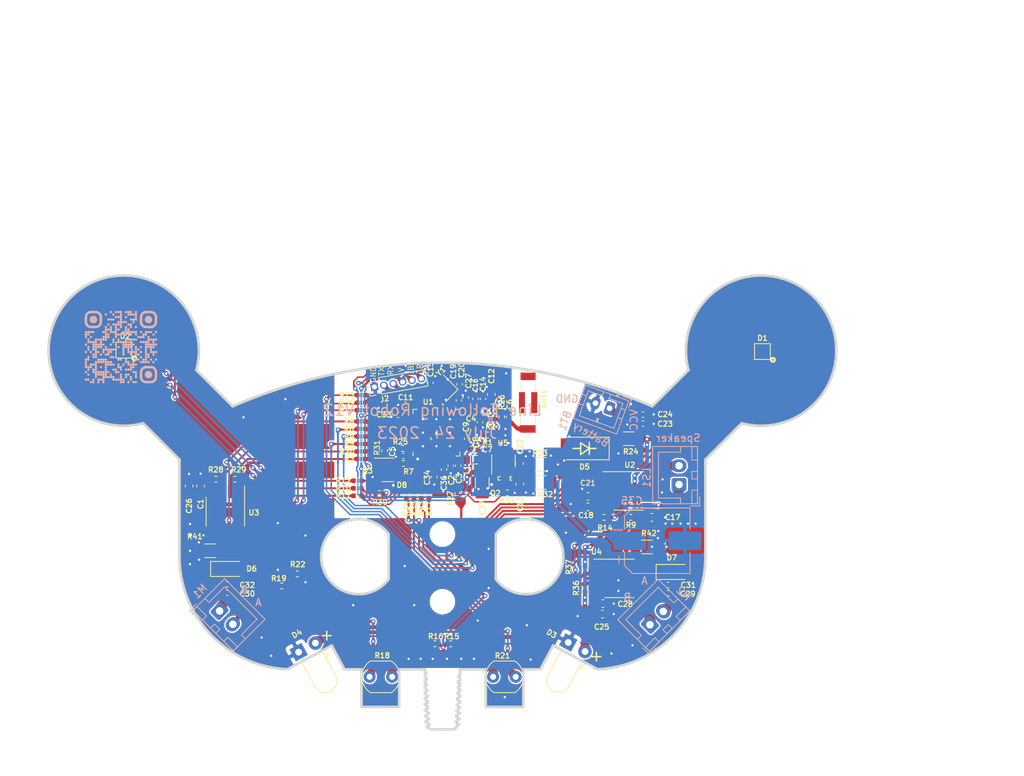
<source format=kicad_pcb>
(kicad_pcb (version 20221018) (generator pcbnew)
  (layers (0 "F.Cu" signal) (31 "B.Cu" signal) (34 "B.Paste" user) (35 "F.Paste" user) (36 "B.SilkS" user "B.Silkscreen") (37 "F.SilkS" user "F.Silkscreen") (38 "B.Mask" user) (39 "F.Mask" user) (44 "Edge.Cuts" user))
  (net 0 "")
  (net 1 "GND")
  (net 2 "/VDDCORE")
  (net 3 "/DCDC_OUT")
  (net 4 "Net-(U1-ANT)")
  (net 5 "/XIN")
  (net 6 "/AVDD15")
  (net 7 "/XOUT")
  (net 8 "VCC")
  (net 9 "/AUDIO")
  (net 10 "Net-(U1-GPIO21)")
  (net 11 "Net-(ANT1-FEED)")
  (net 15 "Net-(U1-GPIO7)")
  (net 16 "GNDD")
  (net 17 "VPP")
  (net 18 "/RESET")
  (net 19 "Net-(U2-+IN)")
  (net 20 "Net-(D7-A2)")
  (net 21 "Net-(D7-A1)")
  (net 22 "Net-(D1-GK)")
  (net 23 "Net-(D1-BK)")
  (net 24 "Net-(D1-RK)")
  (net 25 "/S_SD")
  (net 26 "/MC_1")
  (net 27 "/MC_2")
  (net 28 "/MOTOR2A")
  (net 29 "Net-(D2-GK)")
  (net 30 "/MOTOR1B")
  (net 31 "/P1")
  (net 32 "/MOTOR1A")
  (net 33 "/P2")
  (net 34 "Net-(D2-BK)")
  (net 35 "/BOOT")
  (net 36 "Net-(D2-RK)")
  (net 37 "Net-(D3-A)")
  (net 38 "/UART0_TXD")
  (net 39 "/UART0_RXD")
  (net 40 "Net-(D4-A)")
  (net 41 "/LED1_B")
  (net 42 "/LED1_G")
  (net 43 "/LED1_R")
  (net 44 "/LED2_G")
  (net 45 "/LED2_R")
  (net 46 "/LED2_B")
  (net 47 "Net-(D8-A)")
  (net 48 "Net-(D8-K)")
  (net 49 "Net-(U1-SW_DCDC)")
  (net 50 "Net-(D5-K)")
  (net 51 "/IRRX")
  (net 52 "/IRTX")
  (net 53 "Net-(U2-VO2)")
  (net 54 "Net-(U2-VO1)")
  (net 55 "Net-(U1-GPIO26)")
  (net 56 "Net-(U2--IN)")
  (net 59 "/MOTOR2B")
  (net 62 "/VCC_LED")
  (net 63 "Net-(U1-GPIO17)")
  (net 64 "Net-(U1-GPIO25)")
  (net 65 "Net-(Q3-B)")
  (net 66 "Net-(U1-GPIO3)")
  (net 69 "Net-(U1-GPIO4)")
  (net 70 "Net-(U1-GPIO18)")
  (net 76 "Net-(U1-GPIO19)")
  (net 77 "Net-(U1-GPIO6)")
  (net 82 "Net-(D6-A2)")
  (net 83 "Net-(D6-A1)")
  (net 85 "Net-(U5-EN)")
  (footprint "Resistor_SMD:R_0402_1005Metric" (layer "F.Cu") (at 197 123.7 90)
    (fp_text reference "R43")
    (fp_text value "1K")
  )
  (footprint "Resistor_SMD:R_0402_1005Metric" (layer "F.Cu") (at 194.6 119.5)
    (fp_text reference "R7")
    (fp_text value "10K")
  )
  (footprint "Capacitor_SMD:C_0402_1005Metric" (layer "F.Cu") (at 204.2 110.9 90)
    (fp_text reference "C16")
    (fp_text value "2.2uF")
  )
  (footprint "Diode_SMD:D_SOD-123F" (layer "F.Cu") (at 230.46 133.94)
    (fp_text reference "D7")
    (fp_text value "SMF5.0CA")
  )
  (footprint "Capacitor_SMD:C_0603_1608Metric" (layer "F.Cu") (at 219.161 123.882 180)
    (fp_text reference "C21")
    (fp_text value "1uF")
  )
  (footprint "Resistor_SMD:R_0402_1005Metric" (layer "F.Cu") (at 189 113.9 180)
    (fp_text reference "R8")
    (fp_text value "10K")
  )
  (footprint "LED_THT:LED_D3.0mm_Horizontal_O1.27mm_Z2.0mm" (layer "F.Cu") (at 216.549452 143.320894 -28.5)
    (fp_text reference "D3")
    (fp_text value "LED")
  )
  (footprint "Resistor_SMD:R_1206_3216Metric" (layer "F.Cu") (at 168.869 131.121 180)
    (fp_text reference "R41")
    (fp_text value "1R")
  )
  (footprint "Capacitor_SMD:C_0402_1005Metric" (layer "F.Cu") (at 208.7 113.3 90)
    (fp_text reference "C6")
    (fp_text value "DNP")
  )
  (footprint "Capacitor_SMD:C_0402_1005Metric" (layer "F.Cu") (at 205.2 110.9 90)
    (fp_text reference "C14")
    (fp_text value "10pF")
  )
  (footprint "1Library:2450AT43B100E" (layer "F.Cu") (at 211.2 111.4 -90)
    (fp_text reference "ANT1")
    (fp_text value "2450AT43B100E" hide)
  )
  (footprint "Package_SO:SOP-8_3.9x4.9mm_P1.27mm" (layer "F.Cu") (at 224.6 123.15)
    (fp_text reference "U2")
    (fp_text value "FM8002A")
  )
  (footprint "Capacitor_SMD:C_0603_1608Metric" (layer "F.Cu") (at 227.67 126.676)
    (fp_text reference "C17")
    (fp_text value "22uF")
  )
  (footprint "Capacitor_SMD:C_0402_1005Metric" (layer "F.Cu") (at 201.9 119.8 -90)
    (fp_text reference "C3")
    (fp_text value "2.2uF")
  )
  (footprint "Resistor_SMD:R_0402_1005Metric" (layer "F.Cu") (at 195 123.7 90)
    (fp_text reference "R34")
    (fp_text value "150R")
  )
  (footprint "Resistor_SMD:R_0402_1005Metric" (layer "F.Cu") (at 189 112.4)
    (fp_text reference "R40")
    (fp_text value "1K")
  )
  (footprint "Capacitor_SMD:C_0402_1005Metric" (layer "F.Cu") (at 200.9 119.8 -90)
    (fp_text reference "C2")
    (fp_text value "2.2uF")
  )
  (footprint "Resistor_SMD:R_1206_3216Metric" (layer "F.Cu") (at 212.9 119.6 180)
    (fp_text reference "R23")
    (fp_text value "0R")
  )
  (footprint "Capacitor_SMD:C_0402_1005Metric" (layer "F.Cu") (at 171.155 136.709 180)
    (fp_text reference "C30")
    (fp_text value "100nF")
  )
  (footprint "Resistor_SMD:R_0402_1005Metric" (layer "F.Cu") (at 191.4 123.5)
    (fp_text reference "R30")
    (fp_text value "100R")
  )
  (footprint "USES_Library:XDCR_PT19-21B_L41_TR8" (layer "F.Cu") (at 208.1 122.3)
    (fp_text reference "Q2")
    (fp_text value "PT19-21B/L41/TR8")
  )
  (footprint "Capacitor_SMD:C_0402_1005Metric" (layer "F.Cu") (at 229.86 136.76 180)
    (fp_text reference "C29")
    (fp_text value "100nF")
  )
  (footprint "Resistor_SMD:R_0402_1005Metric" (layer "F.Cu") (at 172.171 121.596 180)
    (fp_text reference "R29")
    (fp_text value "10K")
  )
  (footprint "Package_SO:SOP-8_3.9x4.9mm_P1.27mm" (layer "F.Cu") (at 170.901 125.914 -90)
    (fp_text reference "U3")
    (fp_text value "TC8301")
  )
  (footprint "Resistor_SMD:R_0805_2012Metric" (layer "F.Cu") (at 202.2 123.6 -90)
    (fp_text reference "R27")
    (fp_text value "680R")
  )
  (footprint "Package_DFN_QFN:QFN-48-1EP_6x6mm_P0.4mm_EP4.3x4.3mm" (layer "F.Cu") (at 199 115.4 90)
    (fp_text reference "U1")
    (fp_text value "BL706C")
  )
  (footprint "Resistor_SMD:R_0402_1005Metric" (layer "F.Cu") (at 198.8 143.5 180)
    (fp_text reference "R16")
    (fp_text value "47R")
  )
  (footprint "Capacitor_SMD:C_0402_1005Metric" (layer "F.Cu") (at 203.9 115 -90)
    (fp_text reference "C9")
    (fp_text value "100nF")
  )
  (footprint "Capacitor_SMD:C_0402_1005Metric" (layer "F.Cu") (at 226.5 114.2)
    (fp_text reference "C23")
    (fp_text value "2.2uF")
  )
  (footprint "Capacitor_SMD:C_0402_1005Metric" (layer "F.Cu") (at 204 117.7)
    (fp_text reference "C7")
    (fp_text value "2.2uF")
  )
  (footprint "Resistor_SMD:R_1206_3216Metric" (layer "F.Cu") (at 212.91 122.03)
    (fp_text reference "R32")
    (fp_text value "0R")
  )
  (footprint "Resistor_SMD:R_0402_1005Metric" (layer "F.Cu") (at 189 110.4 180)
    (fp_text reference "R13")
    (fp_text value "20K")
  )
  (footprint "Resistor_SMD:R_1206_3216Metric" (layer "F.Cu") (at 227.035 130.613)
    (fp_text reference "R42")
    (fp_text value "1R")
  )
  (footprint "Resistor_SMD:R_0402_1005Metric" (layer "F.Cu") (at 169.631 121.596)
    (fp_text reference "R28")
    (fp_text value "10K")
  )
  (footprint "Package_TO_SOT_SMD:SOT-23-3" (layer "F.Cu") (at 192.5375 120.35)
    (fp_text reference "Q3")
    (fp_text value "S8050")
  )
  (footprint "Capacitor_SMD:C_0603_1608Metric" (layer "F.Cu") (at 221.15 138.15)
    (fp_text reference "C28")
    (fp_text value "10uF")
  )
  (footprint "LED_THT:LED_D3.0mm_Horizontal_O1.27mm_Z2.0mm" (layer "F.Cu") (at 180.653505 144.61379 28.5)
    (fp_text reference "D4")
    (fp_text value "LED")
  )
  (footprint "Capacitor_SMD:C_0603_1608Metric" (layer "F.Cu") (at 166.075 122.485 90)
    (fp_text reference "C26")
    (fp_text value "10uF")
  )
  (footprint "Capacitor_SMD:C_0402_1005Metric" (layer "F.Cu") (at 202.9 110.7 90)
    (fp_text reference "C27")
    (fp_text value "100nF")
  )
  (footprint "Resistor_SMD:R_0402_1005Metric" (layer "F.Cu") (at 198 123.7 90)
    (fp_text reference "R17")
    (fp_text value "10K")
  )
  (footprint "Resistor_SMD:R_0402_1005Metric" (layer "F.Cu") (at 205.8 115.7 180)
    (fp_text reference "R1")
    (fp_text value "100K")
  )
  (footprint "Capacitor_SMD:C_0603_1608Metric" (layer "F.Cu") (at 221.1 139.55)
    (fp_text reference "C25")
    (fp_text value "10uF")
  )
  (footprint "Resistor_SMD:R_0402_1005Metric" (layer "F.Cu") (at 207.7 113.3 90)
    (fp_text reference "R26")
    (fp_text value "DNP")
  )
  (footprint "Inductor_SMD:L_0805_2012Metric" (layer "F.Cu") (at 204.08 119 180)
    (fp_text reference "L1")
    (fp_text value "2.2uH")
  )
  (footprint "1Library:FM-B2020RGBA-HG" (layer "F.Cu") (at 157.4 104.4 180)
    (fp_text reference "D2")
    (fp_text value "LED_RGBA")
  )
  (footprint "Capacitor_SMD:C_0402_1005Metric" (layer "F.Cu") (at 194.6 118.5)
    (fp_text reference "C5")
    (fp_text value "2.2uF")
  )
  (footprint "Resistor_SMD:R_0402_1005Metric" (layer "F.Cu") (at 188.5 122.8)
    (fp_text reference "R10")
    (fp_text value "1K")
  )
  (footprint "Resistor_SMD:R_0402_1005Metric" (layer "F.Cu") (at 224.876 126.676 180)
    (fp_text reference "R9")
    (fp_text value "10K")
  )
  (footprint "Resistor_SMD:R_0402_1005Metric" (layer "F.Cu") (at 208.45 123.41 180)
    (fp_text reference "R33")
    (fp_text value "10K")
  )
  (footprint "Resistor_SMD:R_0402_1005Metric" (layer "F.Cu") (at 188.981 117.9 180)
    (fp_text reference "R20")
    (fp_text value "150R")
  )
  (footprint "Capacitor_SMD:C_0402_1005Metric" (layer "F.Cu") (at 198.206 108.769 -90)
    (fp_text reference "C15")
    (fp_text value "12pF")
  )
  (footprint "Resistor_SMD:R_0402_1005Metric" (layer "F.Cu") (at 188.981 118.9 180)
    (fp_text reference "R3")
    (fp_text value "150R")
  )
  (footprint "USES_Library:IR19-21C-TR8" (layer "F.Cu") (at 191.5 122.4 180)
    (fp_text reference "D8")
    (fp_text value "IR19-21C/TR8")
  )
  (footprint "Diode_SMD:D_SOD-123F" (layer "F.Cu") (at 171.155 133.534)
    (fp_text reference "D6")
    (fp_text value "SMF5.0CA")
  )
  (footprint "Capacitor_SMD:C_0603_1608Metric" (layer "F.Cu") (at 219.161 125.279)
    (fp_text reference "C18")
    (fp_text value "0.39uF")
  )
  (footprint "Resistor_SMD:R_1206_3216Metric" (layer "F.Cu") (at 224.6 116.2 180)
    (fp_text reference "R24")
    (fp_text value "0R")
  )
  (footprint "Crystal:Crystal_SMD_2016-4Pin_2.0x1.6mm" (layer "F.Cu") (at 200.1 109.5 135)
    (fp_text reference "Y1")
    (fp_text value "32MHz")
  )
  (footprint "Resistor_SMD:R_0402_1005Metric" (layer "F.Cu") (at 189 115.9)
    (fp_text reference "R4")
    (fp_text value "1K")
  )
  (footprint "Capacitor_SMD:C_0402_1005Metric" (layer "F.Cu") (at 229.83 135.68 180)
    (fp_text reference "C31")
    (fp_text value "100nF")
  )
  (footprint "Diode_SMD:D_MELF" (layer "F.Cu") (at 218.7 117.5 180)
    (fp_text reference "D5")
    (fp_text value "DNP")
  )
  (footprint "Connector_PinHeader_1.27mm:PinHeader_1x06_P1.27mm_Vertical" (layer "F.Cu") (at 190.746471 109.302666 100)
    (fp_text reference "J2")
    (fp_text value "DNP")
  )
  (footprint "Capacitor_SMD:C_0603_1608Metric" (layer "F.Cu") (at 206.3 110.3 90)
    (fp_text reference "C12")
    (fp_text value "10uF")
  )
  (footprint "Resistor_SMD:R_0402_1005Metric" (layer "F.Cu") (at 188.5 123.8)
    (fp_text reference "R11")
    (fp_text value "1K")
  )
  (footprint "OptoDevice:R_LDR_5.0x4.1mm_P3mm_Vertical" (layer "F.Cu") (at 193.1 147.9 180)
    (fp_text reference "R18")
    (fp_text value "GL5516")
  )
  (footprint "Resistor_SMD:R_0402_1005Metric" (layer "F.Cu") (at 178.41 135.8 180)
    (fp_text reference "R19")
    (fp_text value "10K")
  )
  (footprint "1Library:FM-B2020RGBA-HG" (layer "F.Cu") (at 242.4 104.6 180)
    (fp_text reference "D1")
    (fp_text value "LED_RGBA")
  )
  (footprint "Capacitor_SMD:C_0402_1005Metric" (layer "F.Cu") (at 193.9 113 180)
    (fp_text reference "C33")
    (fp_text value "1uF")
  )
  (footprint "Capacitor_SMD:C_0603_1608Metric" (layer "F.Cu") (at 210.1 122.27 -90)
    (fp_text reference "C13")
    (fp_text value "10uF")
  )
  (footprint "Resistor_SMD:R_0402_1005Metric" (layer "F.Cu") (at 200.9 143.5)
    (fp_text reference "R15")
    (fp_text value "47R")
  )
  (footprint "Resistor_SMD:R_0402_1005Metric" (layer "F.Cu") (at 180.5 134.2)
    (fp_text reference "R22")
    (fp_text value "10K")
  )
  (footprint "MountingHole:MountingHole_3mm" (layer "F.Cu") (at 199.8 137.9 90)
    (fp_text reference "H2")
    (fp_text value "Mounting Hole")
  )
  (footprint "Capacitor_SMD:C_0603_1608Metric" (layer "F.Cu") (at 167.599 122.485 90)
    (fp_text reference "C1")
    (fp_text value "10uF")
  )
  (footprint "Resistor_SMD:R_0402_1005Metric" (layer "F.Cu") (at 189 114.9)
    (fp_text reference "R6")
    (fp_text value "1K")
  )
  (footprint "Package_TO_SOT_SMD:TSOT-23-5" (layer "F.Cu") (at 207.92 119.15 90)
    (fp_text reference "U5")
    (fp_text value "RT9080-33GJ5")
  )
  (footprint "Resistor_SMD:R_0402_1005Metric" (layer "F.Cu") (at 194.5 117.5)
    (fp_text reference "R25")
    (fp_text value "47K")
  )
  (footprint "Capacitor_SMD:C_0402_1005Metric" (layer "F.Cu") (at 204.1 112.6)
    (fp_text reference "C10")
    (fp_text value "10pF")
  )
  (footprint "Resistor_SMD:R_0402_1005Metric" (layer "F.Cu") (at 221.32 126.676 180)
    (fp_text reference "R14")
    (fp_text value "20K")
  )
  (footprint "Capacitor_SMD:C_0402_1005Metric" (layer "F.Cu") (at 202.08 108.94 -90)
    (fp_text reference "C20")
    (fp_text value "12pF")
  )
  (footprint "Resistor_SMD:R_0402_1005Metric" (layer "F.Cu") (at 192.1 117.8 -90)
    (fp_text reference "R31")
    (fp_text value "10K")
  )
  (footprint "Resistor_SMD:R_0402_1005Metric" (layer "F.Cu") (at 218.78 133.661 -90)
    (fp_text reference "R37")
    (fp_text value "10K")
  )
  (footprint "Resistor_SMD:R_0402_1005Metric" (layer "F.Cu") (at 196 123.7 90)
    (fp_text reference "R35")
    (fp_text value "150R")
  )
  (footprint "Capacitor_SMD:C_0603_1608Metric" (layer "F.Cu") (at 210.05 119.52 90)
    (fp_text reference "C22")
    (fp_text value "1uF")
  )
  (footprint "Capacitor_SMD:C_0402_1005Metric" (layer "F.Cu") (at 202 111.1 90)
    (fp_text reference "C19")
    (fp_text value "10pF")
  )
  (footprint "OptoDevice:R_LDR_5.0x4.1mm_P3mm_Vertical" (layer "F.Cu") (at 206.55 147.9)
    (fp_text reference "R21")
    (fp_text value "GL5516")
  )
  (footprint "Capacitor_SMD:C_0402_1005Metric" (layer "F.Cu") (at 198.7 121.3 -90)
    (fp_text reference "C34")
    (fp_text value "1uF")
  )
  (footprint "Capacitor_SMD:C_0402_1005Metric" (layer "F.Cu") (at 204.8 114 -90)
    (fp_text reference "C4")
    (fp_text value "DNP")
  )
  (footprint "Capacitor_SMD:C_0402_1005Metric" (layer "F.Cu") (at 203.1 116.2 -90)
    (fp_text reference "C8")
    (fp_text value "2.2uF")
  )
  (footprint "Capacitor_SMD:C_0402_1005Metric" (layer "F.Cu") (at 171.155 135.566 180)
    (fp_text reference "C32")
    (fp_text value "100nF")
  )
  (footprint "Capacitor_SMD:C_0402_1005Metric" (layer "F.Cu") (at 194.9 111.7)
    (fp_text reference "C11")
    (fp_text value "2.2uF")
  )
  (footprint "Resistor_SMD:R_0402_1005Metric" (layer "F.Cu") (at 189 111.4)
    (fp_text reference "R39")
    (fp_text value "1K")
  )
  (footprint "Capacitor_SMD:C_1206_3216Metric" (layer "F.Cu") (at 205.1 122.1 -90)
    (fp_text reference "C37")
    (fp_text value "10uF")
  )
  (footprint "Capacitor_SMD:C_0402_1005Metric" (layer "F.Cu") (at 226.5 113)
    (fp_text reference "C24")
    (fp_text value "100nF")
  )
  (footprint "Resistor_SMD:R_0402_1005Metric" (layer "F.Cu") (at 206.2 113.6)
    (fp_text reference "R2")
    (fp_text value "0R")
  )
  (footprint "Resistor_SMD:R_0402_1005Metric" (layer "F.Cu") (at 188.5 121.8)
    (fp_text reference "R12")
    (fp_text value "1K")
  )
  (footprint "Resistor_SMD:R_0402_1005Metric" (layer "F.Cu") (at 188.981 116.9)
    (fp_text reference "R5")
    (fp_text value "1K")
  )
  (footprint "Package_SO:SOP-8_3.9x4.9mm_P1.27mm" (layer "F.Cu") (at 223.37 134.8)
    (fp_text reference "U4")
    (fp_text value "TC8301")
  )
  (footprint "MountingHole:MountingHole_3mm" (layer "F.Cu") (at 199.8 128.9 90)
    (fp_text reference "H1")
    (fp_text value "Mounting Hole")
  )
  (footprint "Capacitor_SMD:C_0402_1005Metric" (layer "F.Cu") (at 200 120.3 -90)
    (fp_text reference "C36")
    (fp_text value "1nF")
  )
  (footprint "Resistor_SMD:R_0402_1005Metric" (layer "F.Cu") (at 218.78 136.074 90)
    (fp_text reference "R36")
    (fp_text value "10K")
  )
  (footprint "Capacitor_SMD:CP_Elec_8x10.5" (layer "B.Cu") (at 228.4 129.78)
    (fp_text reference "C35")
    (fp_text value "DNP")
  )
  (footprint "Connector_JST:JST_XH_B2B-XH-A_1x02_P2.50mm_Vertical" (layer "B.Cu") (at 231.3 122.3 90)
    (fp_text reference "LS1")
    (fp_text value "Speaker")
  )
  (footprint "Connector_JST:JST_PH_B2B-PH-K_1x02_P2.00mm_Vertical" (layer "B.Cu") (at 222.05 112.15 160)
    (fp_text reference "BT1")
    (fp_text value "Battery")
  )
  (footprint "Connector_JST:JST_XH_B2B-XH-A_1x02_P2.50mm_Vertical" (layer "B.Cu") (at 170.132233 139.132233 -45)
    (fp_text reference "M1")
    (fp_text value "Conn_01x02_Male")
  )
  (footprint "Library_HD:QR_R1" (layer "B.Cu") (at 157 104 180)
    (fp_text reference "G***" hide)
    (fp_text value "LOGO" hide)
  )
  (footprint "Connector_JST:JST_XH_B2B-XH-A_1x02_P2.50mm_Vertical" (layer "B.Cu") (at 227.427348 140.965115 45)
    (fp_text reference "M2")
    (fp_text value "Conn_01x02_Male")
  )
  (gr_line (start 186.772778 146.9) (end 185.071026 143.720923) (stroke (width 0.35)) (layer "Edge.Cuts"))
  (gr_line (start 202.124997 148.799033) (end 202.124997 149.09696) (stroke (width 0.35)) (layer "Edge.Cuts"))
  (gr_arc (start 179.157823 146.886247) (mid 168.968733 142.277074) (end 164.8 131.899999) (stroke (width 0.35)) (layer "Edge.Cuts"))
  (gr_line (start 197.475003 151.621374) (end 197.475003 151.547812) (stroke (width 0.35)) (layer "Edge.Cuts"))
  (gr_line (start 210.570004 151.9) (end 210.570004 146.9) (stroke (width 0.35)) (layer "Edge.Cuts"))
  (gr_line (start 197.475003 149.972678) (end 197.772854 149.764105) (stroke (width 0.35)) (layer "Edge.Cuts"))
  (gr_line (start 167.032849 107.061789) (end 171.87106 111.9) (stroke (width 0.35)) (layer "Edge.Cuts"))
  (gr_line (start 201.628537 154.763968) (end 201.560483 154.716315) (stroke (width 0.35)) (layer "Edge.Cuts"))
  (gr_line (start 232.567151 107.061789) (end 227.72894 111.9) (stroke (width 0.35)) (layer "Edge.Cuts"))
  (gr_line (start 202.124997 148.368506) (end 201.90672 148.521338) (stroke (width 0.35)) (layer "Edge.Cuts"))
  (gr_line (start 186.772778 146.9) (end 189.029995 146.9) (stroke (width 0.35)) (layer "Edge.Cuts"))
  (gr_line (start 197.475003 152.351584) (end 197.475003 152.335379) (stroke (width 0.35)) (layer "Edge.Cuts"))
  (gr_line (start 197.977612 153.558585) (end 197.977612 153.433737) (stroke (width 0.35)) (layer "Edge.Cuts"))
  (gr_line (start 197.475003 150.89115) (end 197.475003 150.760245) (stroke (width 0.35)) (layer "Edge.Cuts"))
  (gr_line (start 205.570004 146.9) (end 202.124997 146.9) (stroke (width 0.35)) (layer "Edge.Cuts"))
  (gr_line (start 202.124997 149.588095) (end 201.863446 149.404959) (stroke (width 0.35)) (layer "Edge.Cuts"))
  (gr_line (start 202.034787 154.25936) (end 201.603756 153.957556) (stroke (width 0.35)) (layer "Edge.Cuts"))
  (gr_line (start 202.124997 150.377173) (end 201.820157 150.163718) (stroke (width 0.35)) (layer "Edge.Cuts"))
  (gr_line (start 205.570004 151.9) (end 210.570004 151.9) (stroke (width 0.35)) (layer "Edge.Cuts"))
  (gr_line (start 201.603756 153.832709) (end 201.603756 153.957556) (stroke (width 0.35)) (layer "Edge.Cuts"))
  (gr_line (start 201.863446 149.280112) (end 201.863446 149.404959) (stroke (width 0.35)) (layer "Edge.Cuts"))
  (gr_line (start 194.029995 146.9) (end 194.029995 151.9) (stroke (width 0.35)) (layer "Edge.Cuts"))
  (gr_line (start 197.475003 148.397528) (end 197.690945 148.246313) (stroke (width 0.35)) (layer "Edge.Cuts"))
  (gr_arc (start 234.8 131.9) (mid 230.631266 142.277075) (end 220.442176 146.886247) (stroke (width 0.35)) (layer "Edge.Cuts"))
  (gr_line (start 202.124997 149.588095) (end 202.124997 149.82543) (stroke (width 0.35)) (layer "Edge.Cuts"))
  (gr_line (start 201.69032 152.315176) (end 201.69032 152.440024) (stroke (width 0.35)) (layer "Edge.Cuts"))
  (gr_line (start 202.124997 150.553885) (end 201.776883 150.797644) (stroke (width 0.35)) (layer "Edge.Cuts"))
  (gr_line (start 197.475003 150.760245) (end 197.813809 150.523001) (stroke (width 0.35)) (layer "Edge.Cuts"))
  (gr_line (start 194.029995 151.9) (end 189.029995 151.9) (stroke (width 0.35)) (layer "Edge.Cuts"))
  (gr_arc (start 232.567149 107.061784) (mid 249.297474 97.402525) (end 239.638217 114.132851) (stroke (width 0.35)) (layer "Edge.Cuts"))
  (gr_line (start 197.475003 147.240042) (end 197.650006 147.36257) (stroke (width 0.35)) (layer "Edge.Cuts"))
  (gr_line (start 202.124997 148.009955) (end 201.949994 147.887427) (stroke (width 0.35)) (layer "Edge.Cuts"))
  (gr_line (start 202.124997 149.82543) (end 201.820157 150.03887) (stroke (width 0.35)) (layer "Edge.Cuts"))
  (gr_line (start 202.078061 153.500601) (end 201.64703 153.198782) (stroke (width 0.35)) (layer "Edge.Cuts"))
  (gr_line (start 202.124997 151.282355) (end 201.733594 151.556418) (stroke (width 0.35)) (layer "Edge.Cuts"))
  (gr_line (start 202.124997 151.166251) (end 202.124997 151.282355) (stroke (width 0.35)) (layer "Edge.Cuts"))
  (gr_line (start 197.545331 153.861273) (end 198.018567 154.192648) (stroke (width 0.35)) (layer "Edge.Cuts"))
  (gr_line (start 197.475003 152.351584) (end 197.936657 152.674857) (stroke (width 0.35)) (layer "Edge.Cuts"))
  (gr_line (start 202.124997 146.9) (end 202.124997 147.640036) (stroke (width 0.35)) (layer "Edge.Cuts"))
  (gr_line (start 202.034787 154.25936) (end 201.560483 154.591483) (stroke (width 0.35)) (layer "Edge.Cuts"))
  (gr_line (start 197.650006 147.487418) (end 197.650006 147.36257) (stroke (width 0.35)) (layer "Edge.Cuts"))
  (gr_line (start 197.475003 147.970267) (end 197.475003 147.609961) (stroke (width 0.35)) (layer "Edge.Cuts"))
  (gr_arc (start 206.899995 128.9) (mid 215.905206 131.9) (end 206.899995 134.9) (stroke (width 0.35)) (layer "Edge.Cuts"))
  (gr_line (start 197.936657 152.799689) (end 197.936657 152.674857) (stroke (width 0.35)) (layer "Edge.Cuts"))
  (gr_line (start 197.475003 152.335379) (end 197.895718 152.040793) (stroke (width 0.35)) (layer "Edge.Cuts"))
  (gr_line (start 197.475003 147.240042) (end 197.475003 146.9) (stroke (width 0.35)) (layer "Edge.Cuts"))
  (gr_line (start 202.124997 151.166251) (end 201.776883 150.922491) (stroke (width 0.35)) (layer "Edge.Cuts"))
  (gr_line (start 212.827221 146.9) (end 210.570004 146.9) (stroke (width 0.35)) (layer "Edge.Cuts"))
  (gr_arc (start 159.961784 114.132851) (mid 150.302525 97.402526) (end 167.032851 107.061783) (stroke (width 0.35)) (layer "Edge.Cuts"))
  (gr_line (start 197.475003 147.970267) (end 197.690945 148.121481) (stroke (width 0.35)) (layer "Edge.Cuts"))
  (gr_line (start 201.560483 154.591483) (end 201.560483 154.716315) (stroke (width 0.35)) (layer "Edge.Cuts"))
  (gr_line (start 202.124997 149.09696) (end 201.863446 149.280112) (stroke (width 0.35)) (layer "Edge.Cuts"))
  (gr_line (start 197.475003 147.609961) (end 197.650006 147.487418) (stroke (width 0.35)) (layer "Edge.Cuts"))
  (gr_line (start 202.078061 153.500601) (end 201.603756 153.832709) (stroke (width 0.35)) (layer "Edge.Cuts"))
  (gr_line (start 197.504376 153.102377) (end 197.977612 153.433737) (stroke (width 0.35)) (layer "Edge.Cuts"))
  (gr_line (start 197.475003 150.160925) (end 197.813809 150.398154) (stroke (width 0.35)) (layer "Edge.Cuts"))
  (gr_line (start 202.124997 148.799033) (end 201.90672 148.646185) (stroke (width 0.35)) (layer "Edge.Cuts"))
  (gr_line (start 197.690945 148.246313) (end 197.690945 148.121481) (stroke (width 0.35)) (layer "Edge.Cuts"))
  (gr_line (start 164.8 131.9) (end 164.8 118.97106) (stroke (width 0.35)) (layer "Edge.Cuts"))
  (gr_line (start 214.528973 143.720923) (end 220.442181 146.886252) (stroke (width 0.35)) (layer "Edge.Cuts"))
  (gr_line (start 201.733594 151.556418) (end 201.733594 151.68125) (stroke (width 0.35)) (layer "Edge.Cuts"))
  (gr_line (start 197.504376 153.102377) (end 197.936657 152.799689) (stroke (width 0.35)) (layer "Edge.Cuts"))
  (gr_line (start 202.124997 150.377173) (end 202.124997 150.553885) (stroke (width 0.35)) (layer "Edge.Cuts"))
  (gr_line (start 201.90672 148.521338) (end 201.90672 148.646185) (stroke (width 0.35)) (layer "Edge.Cuts"))
  (gr_line (start 239.638211 114.132849) (end 234.8 118.97106) (stroke (width 0.35)) (layer "Edge.Cuts"))
  (gr_line (start 198.018567 154.31748) (end 198.018567 154.192648) (stroke (width 0.35)) (layer "Edge.Cuts"))
  (gr_line (start 185.071026 143.720923) (end 179.157818 146.886252) (stroke (width 0.35)) (layer "Edge.Cuts"))
  (gr_line (start 197.7319 149.005209) (end 197.7319 148.880362) (stroke (width 0.35)) (layer "Edge.Cuts"))
  (gr_line (start 234.8 131.9) (end 234.8 118.97106) (stroke (width 0.35)) (layer "Edge.Cuts"))
  (gr_arc (start 192.650006 134.9) (mid 183.650006 131.9) (end 192.650006 128.9) (stroke (width 0.35)) (layer "Edge.Cuts"))
  (gr_line (start 197.854764 151.281897) (end 197.854764 151.157065) (stroke (width 0.35)) (layer "Edge.Cuts"))
  (gr_line (start 202.124997 148.009955) (end 202.124997 148.368506) (stroke (width 0.35)) (layer "Edge.Cuts"))
  (gr_line (start 197.475003 151.547812) (end 197.854764 151.281897) (stroke (width 0.35)) (layer "Edge.Cuts"))
  (gr_line (start 197.545331 153.861273) (end 197.977612 153.558585) (stroke (width 0.35)) (layer "Edge.Cuts"))
  (gr_line (start 197.475003 150.89115) (end 197.854764 151.157065) (stroke (width 0.35)) (layer "Edge.Cuts"))
  (gr_line (start 197.475003 148.700491) (end 197.475003 148.397528) (stroke (width 0.35)) (layer "Edge.Cuts"))
  (gr_line (start 197.813809 150.523001) (end 197.813809 150.398154) (stroke (width 0.35)) (layer "Edge.Cuts"))
  (gr_line (start 202.124997 147.640036) (end 201.949994 147.762579) (stroke (width 0.35)) (layer "Edge.Cuts"))
  (gr_arc (start 201.628531 154.763976) (mid 201.385788 154.865395) (end 201.124997 154.9) (stroke (width 0.35)) (layer "Edge.Cuts"))
  (gr_line (start 202.12135 152.741827) (end 201.64703 153.07395) (stroke (width 0.35)) (layer "Edge.Cuts"))
  (gr_line (start 197.895718 152.040793) (end 197.895718 151.915945) (stroke (width 0.35)) (layer "Edge.Cuts"))
  (gr_line (start 201.820157 150.03887) (end 201.820157 150.163718) (stroke (width 0.35)) (layer "Edge.Cuts"))
  (gr_line (start 201.949994 147.762579) (end 201.949994 147.887427) (stroke (width 0.35)) (layer "Edge.Cuts"))
  (gr_line (start 197.475003 150.160925) (end 197.475003 149.972678) (stroke (width 0.35)) (layer "Edge.Cuts"))
  (gr_line (start 197.475003 148.700491) (end 197.7319 148.880362) (stroke (width 0.35)) (layer "Edge.Cuts"))
  (gr_line (start 202.124997 151.955313) (end 201.733594 151.68125) (stroke (width 0.35)) (layer "Edge.Cuts"))
  (gr_arc (start 171.871068 111.899997) (mid 199.800001 106.087027) (end 227.728934 111.899998) (stroke (width 0.35)) (layer "Edge.Cuts"))
  (gr_line (start 205.570004 146.9) (end 205.570004 151.9) (stroke (width 0.35)) (layer "Edge.Cuts"))
  (gr_line (start 197.475003 149.185095) (end 197.7319 149.005209) (stroke (width 0.35)) (layer "Edge.Cuts"))
  (gr_line (start 197.475003 149.430701) (end 197.475003 149.185095) (stroke (width 0.35)) (layer "Edge.Cuts"))
  (gr_arc (start 198.475003 154.9) (mid 198.049217 154.804824) (end 197.70448 154.537413) (stroke (width 0.35)) (layer "Edge.Cuts"))
  (gr_line (start 197.772854 149.764105) (end 197.772854 149.639273) (stroke (width 0.35)) (layer "Edge.Cuts"))
  (gr_line (start 202.12135 152.741827) (end 201.69032 152.440024) (stroke (width 0.35)) (layer "Edge.Cuts"))
  (gr_line (start 201.124997 154.9) (end 198.475003 154.9) (stroke (width 0.35)) (layer "Edge.Cuts"))
  (gr_line (start 202.124997 152.010809) (end 201.69032 152.315176) (stroke (width 0.35)) (layer "Edge.Cuts"))
  (gr_line (start 197.475003 151.621374) (end 197.895718 151.915945) (stroke (width 0.35)) (layer "Edge.Cuts"))
  (gr_line (start 197.70448 154.537405) (end 198.018567 154.31748) (stroke (width 0.35)) (layer "Edge.Cuts"))
  (gr_line (start 206.899995 134.9) (end 206.899995 128.9) (stroke (width 0.35)) (layer "Edge.Cuts"))
  (gr_line (start 194.029995 146.9) (end 197.475003 146.9) (stroke (width 0.35)) (layer "Edge.Cuts"))
  (gr_line (start 201.64703 153.07395) (end 201.64703 153.198782) (stroke (width 0.35)) (layer "Edge.Cuts"))
  (gr_line (start 192.650006 134.9) (end 192.650006 128.9) (stroke (width 0.35)) (layer "Edge.Cuts"))
  (gr_line (start 159.961789 114.132849) (end 164.8 118.97106) (stroke (width 0.35)) (layer "Edge.Cuts"))
  (gr_line (start 212.827221 146.9) (end 214.528973 143.720923) (stroke (width 0.35)) (layer "Edge.Cuts"))
  (gr_line (start 201.776883 150.797644) (end 201.776883 150.922491) (stroke (width 0.35)) (layer "Edge.Cuts"))
  (gr_line (start 202.124997 151.955313) (end 202.124997 152.010809) (stroke (width 0.35)) (layer "Edge.Cuts"))
  (gr_line (start 189.029995 151.9) (end 189.029995 146.9) (stroke (width 0.35)) (layer "Edge.Cuts"))
  (gr_line (start 197.475003 149.430701) (end 197.772854 149.639273) (stroke (width 0.35)) (layer "Edge.Cuts"))
  (gr_text "A" (at 226.7 135.1) (layer "B.SilkS") (effects (font (size 1 1)) (justify mirror)))
  (gr_text "Battery" (at 219.6 115.61 -30) (layer "B.SilkS") (effects (font (size 1 1)) (justify mirror)))
  (gr_text "Line Following Robot V12" (at 198.5 112.4) (layer "B.SilkS") (effects (font (size 1.5 1.5) (thickness 0.2)) (justify mirror)))
  (gr_text "July 24, 2023" (at 199.08 115.44) (layer "B.SilkS") (effects (font (size 1.5 1.5) (thickness 0.2)) (justify mirror)))
  (gr_text "B" (at 224.4 137.3) (layer "B.SilkS") (effects (font (size 1 1)) (justify mirror)))
  (gr_text "Speaker" (at 231.2 116.1) (layer "B.SilkS") (effects (font (size 1 1)) (justify mirror)))
  (gr_text "GND" (at 216.4 110.9) (layer "B.SilkS") (effects (font (size 1 1)) (justify mirror)))
  (gr_text "B" (at 173.4 136.3) (layer "B.SilkS") (effects (font (size 1 1)) (justify mirror)))
  (gr_text "A" (at 175.3 138) (layer "B.SilkS") (effects (font (size 1 1)) (justify mirror)))
  (gr_text "VCC" (at 225.3 113.7 90) (layer "B.SilkS") (effects (font (size 1 1)) (justify mirror)))
  (gr_text "B" (at 196 107.2 90) (layer "F.SilkS") (effects (font (size 0.7 0.7) (thickness 0.1)) (justify left bottom)))
  (gr_text "C" (at 207 121.8) (layer "F.SilkS") (effects (font (size 0.5 0.5) (thickness 0.125) bold) (justify left bottom)))
  (gr_text "TX" (at 192.1 107.9 90) (layer "F.SilkS") (effects (font (size 0.7 0.7) (thickness 0.1)) (justify left bottom)))
  (gr_text "RX" (at 193.3 107.8 90) (layer "F.SilkS") (effects (font (size 0.7 0.7) (thickness 0.1)) (justify left bottom)))
  (gr_text "+" (at 220.3 145.1) (layer "F.SilkS") (effects (font (size 1.5 1.5) (thickness 0.2))))
  (gr_text "+" (at 184.4 142.3) (layer "F.SilkS") (effects (font (size 1.5 1.5) (thickness 0.2))))
  (gr_text "GND" (at 191 108.8 90) (layer "F.SilkS") (effects (font (size 0.7 0.7) (thickness 0.1)) (justify left bottom)))
  (gr_text "R" (at 197.2 107 90) (layer "F.SilkS") (effects (font (size 0.7 0.7) (thickness 0.1)) (justify left bottom)))
  (gr_text "V" (at 194.7 107.4 90) (layer "F.SilkS") (effects (font (size 0.7 0.7) (thickness 0.1)) (justify left bottom)))
  (gr_text "E" (at 208.6 121.8) (layer "F.SilkS") (effects (font (size 0.5 0.5) (thickness 0.125) bold) (justify left bottom)))
  (segment (start 214.3625 119.8475) (end 214.3625 119.6) (width 0.2) (layer "F.Cu") (net 1))
  (segment (start 166.075 121.71) (end 166.075 120.88) (width 0.5) (layer "F.Cu") (net 1))
  (segment (start 167.599 121.71) (end 167.599 120.86) (width 0.5) (layer "F.Cu") (net 1))
  (segment (start 214.22 118.46) (end 214.22 119.4575) (width 0.254) (layer "F.Cu") (net 1))
  (segment (start 227.894 114.2) (end 227.924 114.23) (width 0.5) (layer "F.Cu") (net 1))
  (segment (start 214.4025 119.64) (end 214.3625 119.6) (width 0.254) (layer "F.Cu") (net 1))
  (segment (start 229.745 131.545) (end 228.813 130.613) (width 0.5) (layer "F.Cu") (net 1))
  (segment (start 167.4065 131.121) (end 166.202 131.121) (width 0.5) (layer "F.Cu") (net 1))
  (segment (start 218.386 123.882) (end 218.386 122.879) (width 0.5) (layer "F.Cu") (net 1))
  (segment (start 213.71 120.5) (end 214.3625 119.8475) (width 0.2) (layer "F.Cu") (net 1))
  (segment (start 226.98 113) (end 227.884 113) (width 0.5) (layer "F.Cu") (net 1))
  (segment (start 216.3 118.8) (end 216 119.1) (width 0.254) (layer "F.Cu") (net 1))
  (segment (start 228.185 122.515) (end 229.03 123.36) (width 0.5) (layer "F.Cu") (net 1))
  (segment (start 226.98 114.2) (end 227.894 114.2) (width 0.5) (layer "F.Cu") (net 1))
  (segment (start 227.884 113) (end 227.924 112.96) (width 0.5) (layer "F.Cu") (net 1))
  (segment (start 228.813 130.613) (end 228.4975 130.613) (width 0.5) (layer "F.Cu") (net 1))
  (segment (start 218.386 122.879) (end 218.399 122.866) (width 0.5) (layer "F.Cu") (net 1))
  (segment (start 214.22 119.4575) (end 214.3625 119.6) (width 0.254) (layer "F.Cu") (net 1))
  (segment (start 215.18 119.64) (end 214.4025 119.64) (width 0.254) (layer "F.Cu") (net 1))
  (segment (start 227.225 122.515) (end 228.185 122.515) (width 0.5) (layer "F.Cu") (net 1))
  (segment (start 216.3 117.5) (end 216.3 118.8) (width 0.254) (layer "F.Cu") (net 1))
  (segment (start 228.445 126.676) (end 229.448 126.676) (width 0.5) (layer "F.Cu") (net 1))
  (via (at 222.6 139.55) (size 0.6) (drill 0.3) (layers "F.Cu" "B.Cu") (net 1))
  (via (at 196.902334 145.5) (size 0.6) (drill 0.3) (layers "F.Cu" "B.Cu") (net 1))
  (via (at 224.411089 114.311089) (size 0.6) (drill 0.3) (layers "F.Cu" "B.Cu") (net 1))
  (via (at 227.68 130.58) (size 0.6) (drill 0.3) (layers "F.Cu" "B.Cu") (net 1))
  (via (at 224.9 111.6) (size 0.6) (drill 0.3) (layers "F.Cu" "B.Cu") (net 1))
  (via (at 196.047 138.36) (size 0.6) (drill 0.3) (layers "F.Cu" "B.Cu") (net 1))
  (via (at 175.727 142.678) (size 0.6) (drill 0.3) (layers "F.Cu" "B.Cu") (net 1))
  (via (at 216.875 124.898) (size 0.6) (drill 0.3) (layers "F.Cu" "B.Cu") (net 1))
  (via (at 223.225 118.167) (size 0.6) (drill 0.3) (layers "F.Cu" "B.Cu") (net 1))
  (via (at 205.953 136.074) (size 0.6) (drill 0.3) (layers "F.Cu" "B.Cu") (net 1))
  (via (at 215.18 119.64) (size 0.6) (drill 0.3) (layers "F.Cu" "B.Cu") (net 1))
  (via (at 166.19 132.9) (size 0.6) (drill 0.3) (layers "F.Cu" "B.Cu") (net 1))
  (via (at 229.11 121.62) (size 0.6) (drill 0.3) (layers "F.Cu" "B.Cu") (net 1))
  (via (at 213.71 120.5) (size 0.6) (drill 0.3) (layers "F.Cu" "B.Cu") (net 1))
  (via (at 231.5 127.5) (size 0.6) (drill 0.3) (layers "F.Cu" "B.Cu") (net 1))
  (via (at 214.22 118.46) (size 0.6) (drill 0.3) (layers "F.Cu" "B.Cu") (net 1))
  (via (at 204 145.5) (size 0.6) (drill 0.3) (layers "F.Cu" "B.Cu") (net 1))
  (via (at 166.23 129.05) (size 0.6) (drill 0.3) (layers "F.Cu" "B.Cu") (net 1))
  (via (at 228.48 129.44) (size 0.6) (drill 0.3) (layers "F.Cu" "B.Cu") (net 1))
  (via (at 204.5 140.4) (size 0.6) (drill 0.3) (layers "F.Cu" "B.Cu") (net 1))
  (via (at 225.1 143.7) (size 0.6) (drill 0.3) (layers "F.Cu" "B.Cu") (net 1))
  (via (at 173.314 113.341) (size 0.6) (drill 0.3) (layers "F.Cu" "B.Cu") (net 1))
  (via (at 166.202 131.121) (size 0.6) (drill 0.3) (layers "F.Cu" "B.Cu") (net 1))
  (via (at 223.225 135.058) (size 0.6) (drill 0.3) (layers "F.Cu" "B.Cu") (net 1))
  (via (at 167.4 132.31) (size 0.6) (drill 0.3) (layers "F.Cu" "B.Cu") (net 1))
  (via (at 194.777 133.153) (size 0.6) (drill 0.3) (layers "F.Cu" "B.Cu") (net 1))
  (via (at 229.03 123.36) (size 0.6) (drill 0.3) (layers "F.Cu" "B.Cu") (net 1))
  (via (at 229.745 131.545) (size 0.6) (drill 0.3) (layers "F.Cu" "B.Cu") (net 1))
  (via (at 227.924 112.96) (size 0.6) (drill 0.3) (layers "F.Cu" "B.Cu") (net 1))
  (via (at 198.5 145.5) (size 0.6) (drill 0.3) (layers "F.Cu" "B.Cu") (net 1))
  (via (at 216.7 115.9) (size 0.6) (drill 0.3) (layers "F.Cu" "B.Cu") (net 1))
  (via (at 232.5 127.5) (size 0.6) (drill 0.3) (layers "F.Cu" "B.Cu") (net 1))
  (via (at 233.5 127.5) (size 0.6) (drill 0.3) (layers "F.Cu" "B.Cu") (net 1))
  (via (at 177.886 133.661) (size 0.6) (drill 0.3) (layers "F.Cu" "B.Cu") (net 1))
  (via (at 230.4 127.5) (size 0.6) (drill 0.3) (layers "F.Cu" "B.Cu") (net 1))
  (via (at 167.599 120.86) (size 0.6) (drill 0.3) (layers "F.Cu" "B.Cu") (net 1))
  (via (at 229.5 127.5) (size 0.6) (drill 0.3) (layers "F.Cu" "B.Cu") (net 1))
  (via (at 216 119.1) (size 0.6) (drill 0.3) (layers "F.Cu" "B.Cu") (net 1))
  (via (at 229.448 126.676) (size 0.6) (drill 0.3) (layers "F.Cu" "B.Cu") (net 1))
  (via (at 223.225 136.455) (size 0.6) (drill 0.3) (layers "F.Cu" "B.Cu") (net 1))
  (via (at 195.300242 145.5) (size 0.6) (drill 0.3) (layers "F.Cu" "B.Cu") (net 1))
  (via (at 167.98 129.06) (size 0.6) (drill 0.3) (layers "F.Cu" "B.Cu") (net 1))
  (via (at 202.307798 145.5) (size 0.6) (drill 0.3) (layers "F.Cu" "B.Cu") (net 1))
  (via (at 211.033 141.027) (size 0.6) (drill 0.3) (layers "F.Cu" "B.Cu") (net 1))
  (via (at 181.569 135.312) (size 0.6) (drill 0.3) (layers "F.Cu" "B.Cu") (net 1))
  (via (at 167.37 130) (size 0.6) (drill 0.3) (layers "F.Cu" "B.Cu") (net 1))
  (via (at 187.919 138.36) (size 0.6) (drill 0.3) (layers "F.Cu" "B.Cu") (net 1))
  (via (at 227.924 114.23) (size 0.6) (drill 0.3) (layers "F.Cu" "B.Cu") (net 1))
  (via (at 205.953 130.867) (size 0.6) (drill 0.3) (layers "F.Cu" "B.Cu") (net 1))
  (via (at 217.8 139.82) (size 0.6) (drill 0.3) (layers "F.Cu" "B.Cu") (net 1))
  (via (at 211.541 145.599) (size 0.6) (drill 0.3) (layers "F.Cu" "B.Cu") (net 1))
  (via (at 216.24 128.708) (size 0.6) (drill 0.3) (layers "F.Cu" "B.Cu") (net 1))
  (via (at 222.3 144.8) (size 0.6) (drill 0.3) (layers "F.Cu" "B.Cu") (net 1))
  (via (at 181.569 129.089) (size 0.6) (drill 0.3) (layers "F.Cu" "B.Cu") (net 1))
  (via (at 228.54 128.48) (size 0.6) (drill 0.3) (layers "F.Cu" "B.Cu") (net 1))
  (via (at 208.1 150.6) (size 0.6) (drill 0.3) (layers "F.Cu" "B.Cu") (net 1))
  (via (at 166.075 120.88) (size 0.6) (drill 0.3) (layers "F.Cu" "B.Cu") (net 1))
  (via (at 229.61 130.59) (size 0.6) (drill 0.3) (layers "F.Cu" "B.Cu") (net 1))
  (via (at 218.399 122.866) (size 0.6) (drill 0.3) (layers "F.Cu" "B.Cu") (net 1))
  (via (at 176.997 145.091) (size 0.6) (drill 0.3) (layers "F.Cu" "B.Cu") (net 1))
  (via (at 178.902 110.928) (size 0.6) (drill 0.3) (layers "F.Cu" "B.Cu") (net 1))
  (via (at 166.202 127.565) (size 0.6) (drill 0.3) (layers "F.Cu" "B.Cu") (net 1))
  (via (at 200.4 145.5) (size 0.6) (drill 0.3) (layers "F.Cu" "B.Cu") (net 1))
  (via (at 177.886 127.438) (size 0.6) (drill 0.3) (layers "F.Cu" "B.Cu") (net 1))
  (via (at 222.6 138.15) (size 0.6) (drill 0.3) (layers "F.Cu" "B.Cu") (net 1))
  (segment (start 200.8 118.35) (end 200.8 119.22) (width 0.2) (layer "F.Cu") (net 2))
  (segment (start 200.8 119.22) (end 200.9 119.32) (width 0.2) (layer "F.Cu") (net 2))
  (segment (start 201.2 118.35) (end 201.45 118.35) (width 0.2) (layer "F.Cu") (net 3))
  (segment (start 205.4 108.7) (end 205 109.1) (width 0.2) (layer "F.Cu") (net 3))
  (segment (start 207 114.6) (end 207 116.24) (width 0.2) (layer "F.Cu") (net 3))
  (segment (start 205.75 117.49) (end 205.75 118.4125) (width 0.2) (layer "F.Cu") (net 3))
  (segment (start 204.26 119.1) (end 204.36 119) (width 0.2) (layer "F.Cu") (net 3))
  (segment (start 207 116.24) (end 205.75 117.49) (width 0.2) (layer "F.Cu") (net 3))
  (segment (start 202.5 111.58) (end 202.9 111.18) (width 0.2) (layer "F.Cu") (net 3))
  (segment (start 205.75 118.4125) (end 205.1625 119) (width 0.2) (layer "F.Cu") (net 3))
  (segment (start 200.8 111.955025) (end 201.005025 111.75) (width 0.2) (layer "F.Cu") (net 3))
  (segment (start 207 114.6) (end 207.05 114.55) (width 0.2) (layer "F.Cu") (net 3))
  (segment (start 201.005025 111.75) (end 201.83 111.75) (width 0.2) (layer "F.Cu") (net 3))
  (segment (start 201.9 119.32) (end 202.02 119.32) (width 0.2) (layer "F.Cu") (net 3))
  (segment (start 201.9 118.8) (end 201.9 119.32) (width 0.2) (layer "F.Cu") (net 3))
  (segment (start 207.3 111.25) (end 207.35 111.2) (width 0.2) (layer "F.Cu") (net 3))
  (segment (start 203.51 110.57) (end 202.9 111.18) (width 0.2) (layer "F.Cu") (net 3))
  (segment (start 202.603877 119.92) (end 203.44 119.92) (width 0.2) (layer "F.Cu") (net 3))
  (segment (start 204.36 119) (end 205.1425 119) (width 0.2) (layer "F.Cu") (net 3))
  (segment (start 207.35 111.45) (end 207.35 111.3) (width 0.2) (layer "F.Cu") (net 3))
  (segment (start 205 109.1) (end 204.2 109.1) (width 0.2) (layer "F.Cu") (net 3))
  (segment (start 202.28 119.58) (end 202.28 119.596123) (width 0.2) (layer "F.Cu") (net 3))
  (segment (start 202.1 111.58) (end 202.5 111.58) (width 0.2) (layer "F.Cu") (net 3))
  (segment (start 202.02 119.32) (end 202.28 119.58) (width 0.2) (layer "F.Cu") (net 3))
  (segment (start 203.51 109.79) (end 203.51 110.57) (width 0.2) (layer "F.Cu") (net 3))
  (segment (start 207.35 109.357538) (end 206.692462 108.7) (width 0.2) (layer "F.Cu") (net 3))
  (segment (start 207.35 111.3) (end 207.3 111.25) (width 0.2) (layer "F.Cu") (net 3))
  (segment (start 206.692462 108.7) (end 205.4 108.7) (width 0.2) (layer "F.Cu") (net 3))
  (segment (start 204.2 109.1) (end 203.51 109.79) (width 0.2) (layer "F.Cu") (net 3))
  (segment (start 203.44 119.92) (end 204.26 119.1) (width 0.2) (layer "F.Cu") (net 3))
  (segment (start 202.28 119.596123) (end 202.603877 119.92) (width 0.2) (layer "F.Cu") (net 3))
  (segment (start 201.83 111.75) (end 202 111.58) (width 0.2) (layer "F.Cu") (net 3))
  (segment (start 200.8 112.45) (end 200.8 111.955025) (width 0.2) (layer "F.Cu") (net 3))
  (segment (start 201.45 118.35) (end 201.9 118.8) (width 0.2) (layer "F.Cu") (net 3))
  (segment (start 207.35 111.2) (end 207.35 109.357538) (width 0.2) (layer "F.Cu") (net 3))
  (via (at 207.3 111.25) (size 0.6) (drill 0.3) (layers "F.Cu" "B.Cu") (net 3))
  (via (at 207 114.6) (size 0.6) (drill 0.3) (layers "F.Cu" "B.Cu") (net 3))
  (segment (start 206.8 111.75) (end 207.3 111.25) (width 0.2) (layer "B.Cu") (net 3))
  (segment (start 206.8 114.4) (end 206.8 111.75) (width 0.2) (layer "B.Cu") (net 3))
  (segment (start 207 114.6) (end 206.8 114.4) (width 0.2) (layer "B.Cu") (net 3))
  (segment (start 201.95 113.6) (end 203.154 113.6) (width 0.2) (layer "F.Cu") (net 4))
  (segment (start 203.154 113.6) (end 203.159 113.595) (width 0.2) (layer "F.Cu") (net 4))
  (segment (start 204.68 113.6) (end 204.7 113.62) (width 0.2) (layer "F.Cu") (net 4))
  (segment (start 204.8 113.52) (end 204.725 113.595) (width 0.5) (layer "F.Cu") (net 4))
  (segment (start 204.88 113.6) (end 204.8 113.52) (width 0.5) (layer "F.Cu") (net 4))
  (segment (start 205.67 113.62) (end 205.69 113.6) (width 0.2) (layer "F.Cu") (net 4))
  (segment (start 205.69 113.6) (end 204.88 113.6) (width 0.5) (layer "F.Cu") (net 4))
  (segment (start 204.725 113.595) (end 203.159 113.595) (width 0.5) (layer "F.Cu") (net 4))
  (segment (start 201.107107 109.72929) (end 200.983883 109.606066) (width 0.2) (layer "F.Cu") (net 5))
  (segment (start 200.4 111.640136) (end 201.107107 110.933029) (width 0.2) (layer "F.Cu") (net 5))
  (segment (start 202.08 109.42) (end 201.893934 109.606066) (width 0.2) (layer "F.Cu") (net 5))
  (segment (start 202.2 109.48) (end 202.14 109.42) (width 0.2) (layer "F.Cu") (net 5))
  (segment (start 200.4 112.45) (end 200.4 111.640136) (width 0.2) (layer "F.Cu") (net 5))
  (segment (start 202.14 109.42) (end 202.08 109.42) (width 0.2) (layer "F.Cu") (net 5))
  (segment (start 201.893934 109.606066) (end 200.983883 109.606066) (width 0.2) (layer "F.Cu") (net 5))
  (segment (start 201.107107 110.933029) (end 201.107107 109.72929) (width 0.2) (layer "F.Cu") (net 5))
  (segment (start 201.2 112.45) (end 202.484314 112.45) (width 0.2) (layer "F.Cu") (net 6))
  (segment (start 203.9 111.38) (end 205.2 111.38) (width 0.2) (layer "F.Cu") (net 6))
  (segment (start 203.29 111.99) (end 203.9 111.38) (width 0.2) (layer "F.Cu") (net 6))
  (segment (start 202.484314 112.45) (end 202.944314 111.99) (width 0.2) (layer "F.Cu") (net 6))
  (segment (start 202.944314 111.99) (end 203.29 111.99) (width 0.2) (layer "F.Cu") (net 6))
  (segment (start 200 112.45) (end 200 111.526596) (width 0.2) (layer "F.Cu") (net 7))
  (segment (start 199.002183 109.38) (end 198.4 109.38) (width 0.2) (layer "F.Cu") (net 7))
  (segment (start 200 111.526596) (end 199.2 110.726596) (width 0.2) (layer "F.Cu") (net 7))
  (segment (start 199.2 109.577817) (end 199.002183 109.38) (width 0.2) (layer "F.Cu") (net 7))
  (segment (start 199.2 110.726596) (end 199.2 109.577817) (width 0.2) (layer "F.Cu") (net 7))
  (segment (start 227.035 116.262) (end 227.543 116.262) (width 0.5) (layer "F.Cu") (net 8))
  (segment (start 224.14 128.44) (end 223.93 128.65) (width 0.5) (layer "F.Cu") (net 8))
  (segment (start 223.93 128.65) (end 221.41 128.65) (width 0.5) (layer "F.Cu") (net 8))
  (segment (start 169.121 121.596) (end 169.121 123.164) (width 0.5) (layer "F.Cu") (net 8))
  (segment (start 225.386 126.676) (end 225.386 123.755) (width 0.5) (layer "F.Cu") (net 8))
  (segment (start 226.02 113) (end 226.02 114.2) (width 0.5) (layer "F.Cu") (net 8))
  (segment (start 175.854 127.311) (end 175.854 136.709) (width 0.5) (layer "F.Cu") (net 8))
  (segment (start 174.33 125.787) (end 175.854 127.311) (width 0.5) (layer "F.Cu") (net 8))
  (segment (start 155.246 103.85) (end 156.55 103.85) (width 0.5) (layer "F.Cu") (net 8))
  (segment (start 218.78 139.55) (end 220.325 139.55) (width 0.5) (layer "F.Cu") (net 8))
  (segment (start 163.916 113.722) (end 162.138 113.722) (width 0.5) (layer "F.Cu") (net 8))
  (segment (start 169.121 123.164) (end 168.996 123.289) (width 0.5) (layer "F.Cu") (net 8))
  (segment (start 227.035 116.262) (end 226.973 116.2) (width 0.5) (layer "F.Cu") (net 8))
  (segment (start 224.14 128.44) (end 225.386 127.194) (width 0.5) (layer "F.Cu") (net 8))
  (segment (start 154.772 104.324) (end 155.246 103.85) (width 0.5) (layer "F.Cu") (net 8))
  (segment (start 218.775 138.075) (end 218.78 138.08) (width 0.5) (layer "F.Cu") (net 8))
  (segment (start 226.02 114.2) (end 226.02 116.1575) (width 0.5) (layer "F.Cu") (net 8))
  (segment (start 225.386 126.676) (end 226.895 126.676) (width 0.5) (layer "F.Cu") (net 8))
  (segment (start 227.035 116.985) (end 227.05 117) (width 0.5) (layer "F.Cu") (net 8))
  (segment (start 227.225 123.785) (end 225.416 123.785) (width 0.5) (layer "F.Cu") (net 8))
  (segment (start 169.121 118.927) (end 163.916 113.722) (width 0.5) (layer "F.Cu") (net 8))
  (segment (start 162.138 113.722) (end 154.772 106.356) (width 0.5) (layer "F.Cu") (net 8))
  (segment (start 174.203 124.975) (end 174.203 125.66) (width 0.5) (layer "F.Cu") (net 8))
  (segment (start 222.05 112.15) (end 222.9 113) (width 0.5) (layer "F.Cu") (net 8))
  (segment (start 220.325 137.125) (end 220.745 136.705) (width 0.5) (layer "F.Cu") (net 8))
  (segment (start 172.681 121.596) (end 173.568 121.596) (width 0.5) (layer "F.Cu") (net 8))
  (segment (start 227.035 116.262) (end 227.035 116.985) (width 0.5) (layer "F.Cu") (net 8))
  (segment (start 219.437 130.613) (end 219.45 130.6) (width 0.5) (layer "F.Cu") (net 8))
  (segment (start 167.29 124.94) (end 174.168 124.94) (width 0.5) (layer "F.Cu") (net 8))
  (segment (start 225.386 127.194) (end 225.386 126.676) (width 0.5) (layer "F.Cu") (net 8))
  (segment (start 166.075 123.26) (end 166.075 123.725) (width 0.5) (layer "F.Cu") (net 8))
  (segment (start 218.78 137.344) (end 218.78 136.584) (width 0.5) (layer "F.Cu") (net 8))
  (segment (start 218.78 139.08) (end 218.78 140.47) (width 0.5) (layer "F.Cu") (net 8))
  (segment (start 218.78 130.613) (end 219.437 130.613) (width 0.5) (layer "F.Cu") (net 8))
  (segment (start 180.426 141.281) (end 191.602 141.281) (width 0.5) (layer "F.Cu") (net 8))
  (segment (start 168.967 123.26) (end 168.996 123.289) (width 0.5) (layer "F.Cu") (net 8))
  (segment (start 239.755 104.05) (end 241.55 104.05) (width 0.5) (layer "F.Cu") (net 8))
  (segment (start 218.78 132.59) (end 218.78 133.151) (width 0.5) (layer "F.Cu") (net 8))
  (segment (start 219.45 130.6) (end 219.463 130.613) (width 0.5) (layer "F.Cu") (net 8))
  (segment (start 174.168 124.94) (end 174.203 124.975) (width 0.5) (layer "F.Cu") (net 8))
  (segment (start 166.075 123.26) (end 168.967 123.26) (width 0.5) (layer "F.Cu") (net 8))
  (segment (start 192.921 142.6) (end 212.9 142.6) (width 0.5) (layer "F.Cu") (net 8))
  (segment (start 169.121 121.596) (end 169.121 118.927) (width 0.5) (layer "F.Cu") (net 8))
  (segment (start 225.416 123.785) (end 225.386 123.755) (width 0.5) (layer "F.Cu") (net 8))
  (segment (start 154.772 106.356) (end 154.772 104.324) (width 0.5) (layer "F.Cu") (net 8))
  (segment (start 173.568 121.596) (end 174.203 122.231) (width 0.5) (layer "F.Cu") (net 8))
  (segment (start 214.7 140.8) (end 218.45 140.8) (width 0.5) (layer "F.Cu") (net 8))
  (segment (start 191.602 141.281) (end 192.921 142.6) (width 0.5) (layer "F.Cu") (net 8))
  (segment (start 218.78 138.07) (end 218.775 138.075) (width 0.5) (layer "F.Cu") (net 8))
  (segment (start 174.203 122.231) (end 174.203 124.975) (width 0.5) (layer "F.Cu") (net 8))
  (segment (start 166.075 123.725) (end 167.29 124.94) (width 0.5) (layer "F.Cu") (net 8))
  (segment (start 226.973 116.2) (end 226.0625 116.2) (width 0.5) (layer "F.Cu") (net 8))
  (segment (start 225.386 121.864) (end 225.386 123.755) (width 0.5) (layer "F.Cu") (net 8))
  (segment (start 212.9 142.6) (end 214.7 140.8) (width 0.5) (layer "F.Cu") (net 8))
  (segment (start 219.46 130.6) (end 219.45 130.6) (width 0.5) (layer "F.Cu") (net 8))
  (segment (start 225.386 121.1) (end 225.386 121.836) (width 0.5) (layer "F.Cu") (net 8))
  (segment (start 175.854 136.709) (end 180.426 141.281) (width 0.5) (layer "F.Cu") (net 8))
  (segment (start 222.9 113) (end 226.02 113) (width 0.5) (layer "F.Cu") (net 8))
  (segment (start 218.78 137.344) (end 218.78 138.07) (width 0.5) (layer "F.Cu") (net 8))
  (segment (start 174.203 125.66) (end 174.33 125.787) (width 0.5) (layer "F.Cu") (net 8))
  (segment (start 220.325 139.55) (end 220.325 137.125) (width 0.5) (layer "F.Cu") (net 8))
  (segment (start 218.78 139.08) (end 218.78 139.55) (width 0.5) (layer "F.Cu") (net 8))
  (segment (start 225.386 121.836) (end 225.4 121.85) (width 0.5) (layer "F.Cu") (net 8))
  (segment (start 221.41 128.65) (end 219.46 130.6) (width 0.5) (layer "F.Cu") (net 8))
  (segment (start 227.543 116.262) (end 239.755 104.05) (width 0.5) (layer "F.Cu") (net 8))
  (segment (start 225.4 121.85) (end 225.386 121.864) (width 0.5) (layer "F.Cu") (net 8))
  (segment (start 218.78 140.47) (end 218.45 140.8) (width 0.5) (layer "F.Cu") (net 8))
  (segment (start 218.78 138.08) (end 218.78 139.08) (width 0.5) (layer "F.Cu") (net 8))
  (via (at 225.4 121.85) (size 0.6) (drill 0.3) (layers "F.Cu" "B.Cu") (net 8))
  (via (at 227.035 116.262) (size 0.6) (drill 0.3) (layers "F.Cu" "B.Cu") (net 8))
  (via (at 219.45 130.6) (size 0.6) (drill 0.3) (layers "F.Cu" "B.Cu") (net 8))
  (via (at 218.775 138.075) (size 0.6) (drill 0.3) (layers "F.Cu" "B.Cu") (net 8))
  (via (at 225.386 121.1) (size 0.6) (drill 0.3) (layers "F.Cu" "B.Cu") (net 8))
  (via (at 218.78 137.344) (size 0.6) (drill 0.3) (layers "F.Cu" "B.Cu") (net 8))
  (via (at 227.05 117) (size 0.6) (drill 0.3) (layers "F.Cu" "B.Cu") (net 8))
  (via (at 218.78 130.613) (size 0.6) (drill 0.3) (layers "F.Cu" "B.Cu") (net 8))
  (via (at 218.78 132.59) (size 0.6) (drill 0.3) (layers "F.Cu" "B.Cu") (net 8))
  (segment (start 218.78 132.59) (end 218.78 137.344) (width 0.5) (layer "B.Cu") (net 8))
  (segment (start 225.386 121.836) (end 225.4 121.85) (width 0.5) (layer "B.Cu") (net 8))
  (segment (start 227.035 119.451) (end 225.386 121.1) (width 0.5) (layer "B.Cu") (net 8))
  (segment (start 227.05 117) (end 227.035 117.015) (width 0.5) (layer "B.Cu") (net 8))
  (segment (start 218.78 137.344) (end 218.78 138.07) (width 0.5) (layer "B.Cu") (net 8))
  (segment (start 227.035 117.015) (end 227.035 119.451) (width 0.5) (layer "B.Cu") (net 8))
  (segment (start 218.78 130.613) (end 218.78 132.59) (width 0.5) (layer "B.Cu") (net 8))
  (segment (start 225.386 121.1) (end 225.386 121.836) (width 0.5) (layer "B.Cu") (net 8))
  (segment (start 218.78 130.613) (end 219.437 130.613) (width 0.5) (layer "B.Cu") (net 8))
  (segment (start 227.05 117) (end 227.035 116.985) (width 0.5) (layer "B.Cu") (net 8))
  (segment (start 219.437 130.613) (end 219.45 130.6) (width 0.5) (layer "B.Cu") (net 8))
  (segment (start 218.78 138.07) (end 218.775 138.075) (width 0.5) (layer "B.Cu") (net 8))
  (segment (start 227.035 116.985) (end 227.035 116.262) (width 0.5) (layer "B.Cu") (net 8))
  (segment (start 188.49 110.4) (end 184.891 110.4) (width 0.2) (layer "F.Cu") (net 9))
  (segment (start 209.89 126.26) (end 208.041156 126.26) (width 0.254) (layer "F.Cu") (net 9))
  (segment (start 184.891 110.4) (end 184.363 110.928) (width 0.2) (layer "F.Cu") (net 9))
  (segment (start 217.786 126.26) (end 209.89 126.26) (width 0.254) (layer "F.Cu") (net 9))
  (segment (start 206.979578 127.321578) (end 203.794 130.507156) (width 0.254) (layer "F.Cu") (net 9))
  (segment (start 208.041156 126.26) (end 206.979578 127.321578) (width 0.254) (layer "F.Cu") (net 9))
  (segment (start 218.513 125.533) (end 217.786 126.26) (width 0.254) (layer "F.Cu") (net 9))
  (segment (start 203.794 130.507156) (end 203.794 133.407) (width 0.254) (layer "F.Cu") (net 9))
  (via (at 203.794 133.407) (size 0.6) (drill 0.3) (layers "F.Cu" "B.Cu") (net 9))
  (via (at 184.363 110.928) (size 0.6) (drill 0.3) (layers "F.Cu" "B.Cu") (net 9))
  (segment (start 191.353 126.3) (end 187.5 126.3) (width 0.2) (layer "B.Cu") (net 9))
  (segment (start 184.363 123.163) (end 184.363 119.31) (width 0.2) (layer "B.Cu") (net 9))
  (segment (start 203.794 133.407) (end 198.46 133.407) (width 0.254) (layer "B.Cu") (net 9))
  (segment (start 184.363 119.31) (end 184.363 110.928) (width 0.254) (layer "B.Cu") (net 9))
  (segment (start 197.444 132.391) (end 191.353 126.3) (width 0.2) (layer "B.Cu") (net 9))
  (segment (start 198.46 133.407) (end 197.444 132.391) (width 0.254) (layer "B.Cu") (net 9))
  (segment (start 187.5 126.3) (end 184.363 123.163) (width 0.2) (layer "B.Cu") (net 9))
  (segment (start 194.48 113) (end 193.401 114.079) (width 0.2) (layer "F.Cu") (net 10))
  (segment (start 194.58 113.2) (end 194.38 113) (width 0.2) (layer "F.Cu") (net 10))
  (segment (start 189.689 114.079) (end 189.51 113.9) (width 0.2) (layer "F.Cu") (net 10))
  (segment (start 193.401 114.079) (end 189.689 114.079) (width 0.2) (layer "F.Cu") (net 10))
  (segment (start 196.05 113.2) (end 194.58 113.2) (width 0.2) (layer "F.Cu") (net 10))
  (segment (start 206.71 113.6) (end 206.71 113.61) (width 0.2) (layer "F.Cu") (net 11))
  (segment (start 207.49 113.6) (end 207.7 113.81) (width 0.5) (layer "F.Cu") (net 11))
  (segment (start 207.7 113.81) (end 208.67 113.81) (width 0.5) (layer "F.Cu") (net 11))
  (segment (start 206.71 113.6) (end 207.49 113.6) (width 0.5) (layer "F.Cu") (net 11))
  (segment (start 208.7 113.78) (end 209.785 114.865) (width 0.5) (layer "F.Cu") (net 11))
  (segment (start 206.71 113.61) (end 206.91 113.81) (width 0.2) (layer "F.Cu") (net 11))
  (segment (start 211.165 114.865) (end 211.2 114.9) (width 0.5) (layer "F.Cu") (net 11))
  (segment (start 208.67 113.81) (end 208.7 113.78) (width 0.5) (layer "F.Cu") (net 11))
  (segment (start 209.785 114.865) (end 211.165 114.865) (width 0.5) (layer "F.Cu") (net 11))
  (segment (start 199.6 118.35) (end 199.6 119.1) (width 0.2) (layer "F.Cu") (net 15))
  (segment (start 198.7 120.4) (end 198.7 120.82) (width 0.2) (layer "F.Cu") (net 15))
  (segment (start 198.7 120.82) (end 198.7 120.847746) (width 0.2) (layer "F.Cu") (net 15))
  (segment (start 199.344975 119.355025) (end 199.344975 119.755025) (width 0.2) (layer "F.Cu") (net 15))
  (segment (start 199.6 119.1) (end 199.344975 119.355025) (width 0.2) (layer "F.Cu") (net 15))
  (segment (start 198.7 120.847746) (end 198 121.547746) (width 0.2) (layer "F.Cu") (net 15))
  (segment (start 199.344975 119.755025) (end 198.7 120.4) (width 0.2) (layer "F.Cu") (net 15))
  (segment (start 198 121.547746) (end 198 123.19) (width 0.2) (layer "F.Cu") (net 15))
  (segment (start 205.15 117.8) (end 204.58 117.8) (width 0.5) (layer "F.Cu") (net 16))
  (segment (start 210.942 123.41) (end 211.81 123.41) (width 0.5) (layer "F.Cu") (net 16))
  (segment (start 210.87 123.41) (end 210.906 123.374) (width 0.5) (layer "F.Cu") (net 16))
  (segment (start 208.3 119.1) (end 209.695 119.1) (width 0.3) (layer "F.Cu") (net 16))
  (segment (start 209.418 123.41) (end 208.96 123.41) (width 0.5) (layer "F.Cu") (net 16))
  (segment (start 202.11 120.49) (end 201.9 120.28) (width 0.5) (layer "F.Cu") (net 16))
  (segment (start 210.906 123.374) (end 210.942 123.41) (width 0.5) (layer "F.Cu") (net 16))
  (segment (start 209.695 119.1) (end 210.05 118.745) (width 0.3) (layer "F.Cu") (net 16))
  (segment (start 208.158319 112.331681) (end 207.7 112.79) (width 0.2) (layer "F.Cu") (net 16))
  (segment (start 204.58 117.8) (end 204.48 117.7) (width 0.5) (layer "F.Cu") (net 16))
  (segment (start 209.418 123.41) (end 210.87 123.41) (width 0.5) (layer "F.Cu") (net 16))
  (segment (start 211.81 123.41) (end 211.9 123.5) (width 0.5) (layer "F.Cu") (net 16))
  (segment (start 207.92 120.2875) (end 207.92 119.48) (width 0.3) (layer "F.Cu") (net 16))
  (segment (start 198.432 108.289) (end 198.841 107.88) (width 0.2) (layer "F.Cu") (net 16))
  (segment (start 208.158319 112.244319) (end 208.158319 112.331681) (width 0.2) (layer "F.Cu") (net 16))
  (segment (start 207.92 119.48) (end 208.3 119.1) (width 0.3) (layer "F.Cu") (net 16))
  (segment (start 198.206 108.289) (end 198.432 108.289) (width 0.2) (layer "F.Cu") (net 16))
  (via (at 193.9 111.7) (size 0.6) (drill 0.3) (layers "F.Cu" "B.Cu") (net 16))
  (via (at 197.2 113.6) (size 0.6) (drill 0.3) (layers "F.Cu" "B.Cu") (net 16))
  (via (at 208.19 115.754) (size 0.6) (drill 0.3) (layers "F.Cu" "B.Cu") (net 16))
  (via (at 200.8 117.2) (size 0.6) (drill 0.3) (layers "F.Cu" "B.Cu") (net 16))
  (via (at 200.1 121.3) (size 0.6) (drill 0.3) (layers "F.Cu" "B.Cu") (net 16))
  (via (at 204.4 115.7) (size 0.6) (drill 0.3) (layers "F.Cu" "B.Cu") (net 16))
  (via (at 210.06 118.05) (size 0.6) (drill 0.3) (layers "F.Cu" "B.Cu") (net 16))
  (via (at 194.9 106.5) (size 0.6) (drill 0.3) (layers "F.Cu" "B.Cu") (net 16))
  (via (at 197.2 117.2) (size 0.6) (drill 0.3) (layers "F.Cu" "B.Cu") (net 16))
  (via (at 199 117.2) (size 0.6) (drill 0.3) (layers "F.Cu" "B.Cu") (net 16))
  (via (at 205.2 109.9) (size 0.6) (drill 0.3) (layers "F.Cu" "B.Cu") (net 16))
  (via (at 205.1 112.6) (size 0.6) (drill 0.3) (layers "F.Cu" "B.Cu") (net 16))
  (via (at 199.7 106.5) (size 0.6) (drill 0.3) (layers "F.Cu" "B.Cu") (net 16))
  (via (at 198.714 122.3) (size 0.6) (drill 0.3) (layers "F.Cu" "B.Cu") (net 16))
  (via (at 206 107.9) (size 0.6) (drill 0.3) (layers "F.Cu" "B.Cu") (net 16))
  (via (at 197.2 115.4) (size 0.6) (drill 0.3) (layers "F.Cu" "B.Cu") (net 16))
  (via (at 202.9 109.8) (size 0.6) (drill 0.3) (layers "F.Cu" "B.Cu") (net 16))
  (via (at 205.8 122.8) (size 0.6) (drill 0.3) (layers "F.Cu" "B.Cu") (net 16))
  (via (at 201.4 121.6) (size 0.6) (drill 0.3) (layers "F.Cu" "B.Cu") (net 16))
  (via (at 202.5 110.42) (size 0.6) (drill 0.3) (layers "F.Cu" "B.Cu") (net 16))
  (via (at 200.8 113.6) (size 0.6) (drill 0.3) (layers "F.Cu" "B.Cu") (net 16))
  (via (at 199.9 123.2) (size 0.6) (drill 0.3) (layers "F.Cu" "B.Cu") (net 16))
  (via (at 199 113.6) (size 0.6) (drill 0.3) (layers "F.Cu" "B.Cu") (net 16))
  (via (at 200.256417 111.005901) (size 0.5) (drill 0.3) (layers "F.Cu" "B.Cu") (net 16))
  (via (at 208.62 116.77) (size 0.6) (drill 0.3) (layers "F.Cu" "B.Cu") (net 16))
  (via (at 204.6 122.9) (size 0.6) (drill 0.3) (layers "F.Cu" "B.Cu") (net 16))
  (via (at 199 115.4) (size 0.6) (drill 0.3) (layers "F.Cu" "B.Cu") (net 16))
  (via (at 203.6 108.3) (size 0.6) (drill 0.3) (layers "F.Cu" "B.Cu") (net 16))
  (via (at 203.6 116.7) (size 0.6) (drill 0.3) (layers "F.Cu" "B.Cu") (net 16))
  (via (at 205.7 109.3) (size 0.6) (drill 0.3) (layers "F.Cu" "B.Cu") (net 16))
  (via (at 211.4 117.9) (size 0.6) (drill 0.3) (layers "F.Cu" "B.Cu") (net 16))
  (via (at 209.418 123.41) (size 0.6) (drill 0.3) (layers "F.Cu" "B.Cu") (net 16))
  (via (at 193.5 117.7) (size 0.6) (drill 0.3) (layers "F.Cu" "B.Cu") (net 16))
  (via (at 200.5 108.3) (size 0.6) (drill 0.3) (layers "F.Cu" "B.Cu") (net 16))
  (via (at 193.6 118.6) (size 0.6) (drill 0.3) (layers "F.Cu" "B.Cu") (net 16))
  (via (at 205.15 117.8) (size 0.6) (drill 0.3) (layers "F.Cu" "B.Cu") (net 16))
  (via (at 211.9 123.5) (size 0.6) (drill 0.3) (layers "F.Cu" "B.Cu") (net 16))
  (via (at 210.906 118.548) (size 0.6) (drill 0.3) (layers "F.Cu" "B.Cu") (net 16))
  (via (at 198.841 107.88) (size 0.6) (drill 0.3) (layers "F.Cu" "B.Cu") (net 16))
  (via (at 206.2 123.5) (size 0.6) (drill 0.3) (layers "F.Cu" "B.Cu") (net 16))
  (via (at 201.9 120.8) (size 0.6) (drill 0.3) (layers "F.Cu" "B.Cu") (net 16))
  (via (at 207.604 116.77) (size 0.6) (drill 0.3) (layers "F.Cu" "B.Cu") (net 16))
  (via (at 191.3 112.1) (size 0.6) (drill 0.3) (layers "F.Cu" "B.Cu") (net 16))
  (via (at 202.08 107.92) (size 0.6) (drill 0.3) (layers "F.Cu" "B.Cu") (net 16))
  (via (at 210.906 123.374) (size 0.6) (drill 0.3) (layers "F.Cu" "B.Cu") (net 16))
  (via (at 211.9 118.5) (size 0.6) (drill 0.3) (layers "F.Cu" "B.Cu") (net 16))
  (via (at 190.5 121.3) (size 0.6) (drill 0.3) (layers "F.Cu" "B.Cu") (net 16))
  (via (at 208.2 114.9) (size 0.6) (drill 0.3) (layers "F.Cu" "B.Cu") (net 16))
  (via (at 200.8 115.4) (size 0.6) (drill 0.3) (layers "F.Cu" "B.Cu") (net 16))
  (via (at 208.3 107.5) (size 0.6) (drill 0.3) (layers "F.Cu" "B.Cu") (net 16))
  (via (at 200.9 120.8) (size 0.6) (drill 0.3) (layers "F.Cu" "B.Cu") (net 16))
  (via (at 208.158319 112.244319) (size 0.6) (drill 0.3) (layers "F.Cu" "B.Cu") (net 16))
  (via (at 204.3 109.9) (size 0.6) (drill 0.3) (layers "F.Cu" "B.Cu") (net 16))
  (via (at 193 113.3) (size 0.6) (drill 0.3) (layers "F.Cu" "B.Cu") (net 16))
  (via (at 205.2005 114.7) (size 0.6) (drill 0.3) (layers "F.Cu" "B.Cu") (net 16))
  (segment (start 206.31 115.827315) (end 206.31 115.7) (width 0.5) (layer "F.Cu") (net 17))
  (segment (start 192.019597 123.390403) (end 191.91 123.5) (width 0.3) (layer "F.Cu") (net 17))
  (segment (start 191.7 113.1) (end 189 113.1) (width 0.2) (layer "F.Cu") (net 17))
  (segment (start 191.37862 108) (end 193.821375 108) (width 0.3) (layer "F.Cu") (net 17))
  (segment (start 208.1 111.384106) (end 208.1 108.3) (width 0.3) (layer "F.Cu") (net 17))
  (segment (start 204.442183 116.8) (end 205.6 116.8) (width 0.3) (layer "F.Cu") (net 17))
  (segment (start 203.1 115.055025) (end 203.1 115.42) (width 0.2) (layer "F.Cu") (net 17))
  (segment (start 204.348529 116.8) (end 204.442183 116.8) (width 0.2) (layer "F.Cu") (net 17))
  (segment (start 198.15 107.15) (end 197.75 107.15) (width 0.3) (layer "F.Cu") (net 17))
  (segment (start 205.6 116.8) (end 206.31 116.09) (width 0.3) (layer "F.Cu") (net 17))
  (segment (start 206.97 118.0125) (end 206.97 118.73) (width 0.5) (layer "F.Cu") (net 17))
  (segment (start 205.1 120.625) (end 204.975 120.75) (width 0.5) (layer "F.Cu") (net 17))
  (segment (start 206.2 114.3) (end 206.25 114.35) (width 0.3) (layer "F.Cu") (net 17))
  (segment (start 206.775 122.3) (end 207.35 122.3) (width 0.5) (layer "F.Cu") (net 17))
  (segment (start 193.226104 119.5) (end 192.126104 120.6) (width 0.2) (layer "F.Cu") (net 17))
  (segment (start 204.442183 116.8) (end 204.442183 116.693654) (width 0.2) (layer "F.Cu") (net 17))
  (segment (start 203.0705 121.9855) (end 203.075 121.99) (width 0.5) (layer "F.Cu") (net 17))
  (segment (start 202.3 113.2) (end 202.9 112.6) (width 0.2) (layer "F.Cu") (net 17))
  (segment (start 194.77 112.31) (end 192.49 112.31) (width 0.2) (layer "F.Cu") (net 17))
  (segment (start 206.681875 112.802231) (end 208.1 111.384106) (width 0.3) (layer "F.Cu") (net 17))
  (segment (start 203.848529 116.1) (end 203.48 116.1) (width 0.2) (layer "F.Cu") (net 17))
  (segment (start 204.442183 116.693654) (end 203.848529 116.1) (width 0.2) (layer "F.Cu") (net 17))
  (segment (start 195.15 118.5) (end 195.08 118.5) (width 0.2) (layer "F.Cu") (net 17))
  (segment (start 201.95 117.2) (end 202.687746 117.2) (width 0.2) (layer "F.Cu") (net 17))
  (segment (start 192.330403 123.390403) (end 192.019597 123.390403) (width 0.3) (layer "F.Cu") (net 17))
  (segment (start 206.3 111.212254) (end 206.3 111.075) (width 0.2) (layer "F.Cu") (net 17))
  (segment (start 204.26 111.96) (end 205.552254 111.96) (width 0.2) (layer "F.Cu") (net 17))
  (segment (start 206.25 115.64) (end 206.31 115.7) (width 0.3) (layer "F.Cu") (net 17))
  (segment (start 189 109.5) (end 190.156045 108.343955) (width 0.3) (layer "F.Cu") (net 17))
  (segment (start 196.8 112.45) (end 195.93 112.45) (width 0.2) (layer "F.Cu") (net 17))
  (segment (start 191.034665 108.343955) (end 191.37862 108) (width 0.3) (layer "F.Cu") (net 17))
  (segment (start 208.1 108.3) (end 206.95 107.15) (width 0.3) (layer "F.Cu") (net 17))
  (segment (start 203.6305 120.75) (end 203.0705 121.31) (width 0.5) (layer "F.Cu") (net 17))
  (segment (start 204.975 120.75) (end 203.6305 120.75) (width 0.5) (layer "F.Cu") (net 17))
  (segment (start 195.93 112.45) (end 195.38 111.9) (width 0.2) (layer "F.Cu") (net 17))
  (segment (start 206.95 107.15) (end 198.15 107.15) (width 0.3) (layer "F.Cu") (net 17))
  (segment (start 205.552254 111.96) (end 206.3 111.212254) (width 0.2) (layer "F.Cu") (net 17))
  (segment (start 203.187746 117.7) (end 203.52 117.7) (width 0.2) (layer "F.Cu") (net 17))
  (segment (start 203.52 117.627746) (end 203.847746 117.3) (width 0.2) (layer "F.Cu") (net 17))
  (segment (start 201.95 114.4) (end 202.444975 114.4) (width 0.2) (layer "F.Cu") (net 17))
  (segment (start 203.52 117.7) (end 203.52 117.627746) (width 0.2) (layer "F.Cu") (net 17))
  (segment (start 189.4 120.6) (end 189 120.2) (width 0.2) (layer "F.Cu") (net 17))
  (segment (start 206.3 112.700824) (end 206.198593 112.802231) (width 0.2) (layer "F.Cu") (net 17))
  (segment (start 206.25 114.35) (end 206.25 115.64) (width 0.3) (layer "F.Cu") (net 17))
  (segment (start 190.156045 108.343955) (end 191.034665 108.343955) (width 0.3) (layer "F.Cu") (net 17))
  (segment (start 205.1 120.625) (end 206.775 122.3) (width 0.5) (layer "F.Cu") (net 17))
  (segment (start 195.38 111.7) (end 194.77 112.31) (width 0.2) (layer "F.Cu") (net 17))
  (segment (start 192.49 112.31) (end 191.7 113.1) (width 0.2) (layer "F.Cu") (net 17))
  (segment (start 203.0705 121.31) (end 203.0705 121.9855) (width 0.5) (layer "F.Cu") (net 17))
  (segment (start 205.1 120.6) (end 205.1 120.625) (width 0.5) (layer "F.Cu") (net 17))
  (segment (start 202.8975 121.99) (end 202.2 122.6875) (width 0.5) (layer "F.Cu") (net 17))
  (segment (start 206.198593 112.802231) (end 206.681875 112.802231) (width 0.3) (layer "F.Cu") (net 17))
  (segment (start 202.9 112.6) (end 203.52 112.6) (width 0.2) (layer "F.Cu") (net 17))
  (segment (start 192.126104 120.6) (end 189.4 120.6) (width 0.2) (layer "F.Cu") (net 17))
  (segment (start 203.848529 117.3) (end 204.348529 116.8) (width 0.2) (layer "F.Cu") (net 17))
  (segment (start 202.444975 114.4) (end 203.1 115.055025) (width 0.2) (layer "F.Cu") (net 17))
  (segment (start 206.97 118.73) (end 205.1 120.6) (width 0.5) (layer "F.Cu") (net 17))
  (segment (start 201.95 113.2) (end 202.3 113.2) (width 0.2) (layer "F.Cu") (net 17))
  (segment (start 194.09 119.49) (end 195.08 118.5) (width 0.2) (layer "F.Cu") (net 17))
  (segment (start 202.687746 117.2) (end 203.187746 117.7) (width 0.2) (layer "F.Cu") (net 17))
  (segment (start 203.847746 117.3) (end 203.848529 117.3) (width 0.2) (layer "F.Cu") (net 17))
  (segment (start 206.3 111.075) (end 206.3 112.700824) (width 0.2) (layer "F.Cu") (net 17))
  (segment (start 194.09 119.5) (end 193.226104 119.5) (width 0.2) (layer "F.Cu") (net 17))
  (segment (start 197.75 107.15) (end 197.5 106.9) (width 0.3) (layer "F.Cu") (net 17))
  (segment (start 206.31 116.09) (end 206.31 115.7) (width 0.3) (layer "F.Cu") (net 17))
  (segment (start 196.05 117.6) (end 195.15 118.5) (width 0.2) (layer "F.Cu") (net 17))
  (segment (start 203.62 112.6) (end 204.26 111.96) (width 0.2) (layer "F.Cu") (net 17))
  (segment (start 194.09 119.5) (end 194.09 119.49) (width 0.2) (layer "F.Cu") (net 17))
  (segment (start 203.075 121.99) (end 202.8975 121.99) (width 0.5) (layer "F.Cu") (net 17))
  (segment (start 193.821375 108) (end 194.2 108.378625) (width 0.3) (layer "F.Cu") (net 17))
  (segment (start 203.48 116.1) (end 203.1 115.72) (width 0.2) (layer "F.Cu") (net 17))
  (via (at 189 120.2) (size 0.6) (drill 0.3) (layers "F.Cu" "B.Cu") (net 17))
  (via (at 203.0705 121.31) (size 0.6) (drill 0.3) (layers "F.Cu" "B.Cu") (net 17))
  (via (at 206.2 114.3) (size 0.6) (drill 0.3) (layers "F.Cu" "B.Cu") (net 17))
  (via (at 192.330403 123.390403) (size 0.6) (drill 0.3) (layers "F.Cu" "B.Cu") (net 17))
  (via (at 203.075 121.99) (size 0.6) (drill 0.3) (layers "F.Cu" "B.Cu") (net 17))
  (via (at 204.442183 116.8) (size 0.6) (drill 0.3) (layers "F.Cu" "B.Cu") (net 17))
  (via (at 189 109.5) (size 0.6) (drill 0.3) (layers "F.Cu" "B.Cu") (net 17))
  (via (at 206.198593 112.802231) (size 0.6) (drill 0.3) (layers "F.Cu" "B.Cu") (net 17))
  (via (at 197.5 106.9) (size 0.6) (drill 0.3) (layers "F.Cu" "B.Cu") (net 17))
  (via (at 189 113.1) (size 0.6) (drill 0.3) (layers "F.Cu" "B.Cu") (net 17))
  (segment (start 203.07 121.3095) (end 203.07 118.21033) (width 0.3) (layer "B.Cu") (net 17))
  (segment (start 203.0705 121.31) (end 203.07 121.3095) (width 0.3) (layer "B.Cu") (net 17))
  (segment (start 206.198593 112.802231) (end 206.2 112.803638) (width 0.3) (layer "B.Cu") (net 17))
  (segment (start 203.0705 121.31) (end 203.07 121.3105) (width 0.3) (layer "B.Cu") (net 17))
  (segment (start 195.008092 107.570533) (end 194.2 108.378625) (width 0.3) (layer "B.Cu") (net 17))
  (segment (start 204.442183 116.838147) (end 204.442183 116.8) (width 0.3) (layer "B.Cu") (net 17))
  (segment (start 197.5 106.9) (end 197.1 106.9) (width 0.3) (layer "B.Cu") (net 17))
  (segment (start 192.330403 123.390403) (end 192.330403 123.949597) (width 0.3) (layer "B.Cu") (net 17))
  (segment (start 203.07 121.3105) (end 203.07 121.985) (width 0.3) (layer "B.Cu") (net 17))
  (segment (start 189 123.4) (end 189 120.2) (width 0.3) (layer "B.Cu") (net 17))
  (segment (start 189 113.1) (end 189 109.5) (width 0.3) (layer "B.Cu") (net 17))
  (segment (start 203.075 122.875) (end 202 123.95) (width 0.3) (layer "B.Cu") (net 17))
  (segment (start 203.075 121.99) (end 203.075 122.875) (width 0.3) (layer "B.Cu") (net 17))
  (segment (start 202 123.95) (end 192.33 123.95) (width 0.3) (layer "B.Cu") (net 17))
  (segment (start 189 113.1) (end 189 120.2) (width 0.3) (layer "B.Cu") (net 17))
  (segment (start 203.07 121.985) (end 203.075 121.99) (width 0.3) (layer "B.Cu") (net 17))
  (segment (start 192.330403 123.949597) (end 192.33 123.95) (width 0.3) (layer "B.Cu") (net 17))
  (segment (start 196.429467 107.570533) (end 195.008092 107.570533) (width 0.3) (layer "B.Cu") (net 17))
  (segment (start 203.07 118.21033) (end 204.442183 116.838147) (width 0.3) (layer "B.Cu") (net 17))
  (segment (start 206.2 112.803638) (end 206.2 114.3) (width 0.3) (layer "B.Cu") (net 17))
  (segment (start 192.33 123.95) (end 189.55 123.95) (width 0.3) (layer "B.Cu") (net 17))
  (segment (start 189.55 123.95) (end 189 123.4) (width 0.3) (layer "B.Cu") (net 17))
  (segment (start 197.1 106.9) (end 196.429467 107.570533) (width 0.3) (layer "B.Cu") (net 17))
  (segment (start 188.200497 109.5) (end 188 109.299503) (width 0.2) (layer "F.Cu") (net 18))
  (segment (start 202.610661 114) (end 201.95 114) (width 0.2) (layer "F.Cu") (net 18))
  (segment (start 205.29 116.033036) (end 205.172536 116.1505) (width 0.2) (layer "F.Cu") (net 18))
  (segment (start 191.026538 107.15) (end 195.95 107.15) (width 0.2) (layer "F.Cu") (net 18))
  (segment (start 195.95 107.15) (end 197 108.2) (width 0.2) (layer "F.Cu") (net 18))
  (segment (start 204.65 115.06) (end 204.44 115.06) (width 0.2) (layer "F.Cu") (net 18))
  (segment (start 204.44 115.06) (end 203.9 114.52) (width 0.2) (layer "F.Cu") (net 18))
  (segment (start 188 109.299503) (end 188 108.551471) (width 0.2) (layer "F.Cu") (net 18))
  (segment (start 205.29 115.7) (end 205.29 116.033036) (width 0.2) (layer "F.Cu") (net 18))
  (segment (start 188.553552 107.997919) (end 189.3 107.997919) (width 0.2) (layer "F.Cu") (net 18))
  (segment (start 203.9 114.62) (end 203.230661 114.62) (width 0.2) (layer "F.Cu") (net 18))
  (segment (start 188 108.551471) (end 188.553552 107.997919) (width 0.2) (layer "F.Cu") (net 18))
  (segment (start 203.230661 114.62) (end 202.610661 114) (width 0.2) (layer "F.Cu") (net 18))
  (segment (start 205.172536 116.1505) (end 205.172536 115.582536) (width 0.2) (layer "F.Cu") (net 18))
  (segment (start 189.3 107.997919) (end 189.80965 107.488269) (width 0.2) (layer "F.Cu") (net 18))
  (segment (start 190.688269 107.488269) (end 191.026538 107.15) (width 0.2) (layer "F.Cu") (net 18))
  (segment (start 189.80965 107.488269) (end 190.688269 107.488269) (width 0.2) (layer "F.Cu") (net 18))
  (segment (start 205.172536 115.582536) (end 204.65 115.06) (width 0.2) (layer "F.Cu") (net 18))
  (via (at 205.172536 116.1505) (size 0.6) (drill 0.3) (layers "F.Cu" "B.Cu") (net 18))
  (via (at 188.200497 109.5) (size 0.6) (drill 0.3) (layers "F.Cu" "B.Cu") (net 18))
  (segment (start 202.411514 124.4) (end 189.363604 124.4) (width 0.2) (layer "B.Cu") (net 18))
  (segment (start 205.1 116.990712) (end 203.67 118.420712) (width 0.2) (layer "B.Cu") (net 18))
  (segment (start 188.55 113.498529) (end 188.4 113.348529) (width 0.2) (layer "B.Cu") (net 18))
  (segment (start 189.363604 124.4) (end 188.55 123.586396) (width 0.2) (layer "B.Cu") (net 18))
  (segment (start 203.67 118.420712) (end 203.67 121.736471) (width 0.2) (layer "B.Cu") (net 18))
  (segment (start 188.55 112.701471) (end 188.55 109.898529) (width 0.2) (layer "B.Cu") (net 18))
  (segment (start 188.55 109.898529) (end 188.200497 109.549026) (width 0.2) (layer "B.Cu") (net 18))
  (segment (start 188.55 123.586396) (end 188.55 120.598529) (width 0.2) (layer "B.Cu") (net 18))
  (segment (start 188.4 113.348529) (end 188.4 112.851471) (width 0.2) (layer "B.Cu") (net 18))
  (segment (start 203.675 123.136514) (end 202.411514 124.4) (width 0.2) (layer "B.Cu") (net 18))
  (segment (start 188.55 120.598529) (end 188.4 120.448529) (width 0.2) (layer "B.Cu") (net 18))
  (segment (start 203.675 121.741471) (end 203.675 123.136514) (width 0.2) (layer "B.Cu") (net 18))
  (segment (start 188.55 119.801471) (end 188.55 113.498529) (width 0.2) (layer "B.Cu") (net 18))
  (segment (start 188.4 112.851471) (end 188.55 112.701471) (width 0.2) (layer "B.Cu") (net 18))
  (segment (start 188.200497 109.549026) (end 188.200497 109.5) (width 0.2) (layer "B.Cu") (net 18))
  (segment (start 188.4 120.448529) (end 188.4 119.951471) (width 0.2) (layer "B.Cu") (net 18))
  (segment (start 203.67 121.736471) (end 203.675 121.741471) (width 0.2) (layer "B.Cu") (net 18))
  (segment (start 188.4 119.951471) (end 188.55 119.801471) (width 0.2) (layer "B.Cu") (net 18))
  (segment (start 205.1 116.223036) (end 205.1 116.990712) (width 0.2) (layer "B.Cu") (net 18))
  (segment (start 205.172536 116.1505) (end 205.1 116.223036) (width 0.2) (layer "B.Cu") (net 18))
  (segment (start 221.878 123.882) (end 221.975 123.785) (width 0.5) (layer "F.Cu") (net 19))
  (segment (start 221.975 122.515) (end 221.975 123.785) (width 0.5) (layer "F.Cu") (net 19))
  (segment (start 221.975 122.515) (end 221.975 123.82) (width 0.5) (layer "F.Cu") (net 19))
  (segment (start 219.936 123.882) (end 221.878 123.882) (width 0.5) (layer "F.Cu") (net 19))
  (segment (start 230.34 138.052463) (end 229.355115 139.037348) (width 0.5) (layer "F.Cu") (net 20))
  (segment (start 230.31 135.68) (end 230.31 135.49) (width 0.5) (layer "F.Cu") (net 20))
  (segment (start 230.31 135.49) (end 231.86 133.94) (width 0.5) (layer "F.Cu") (net 20))
  (segment (start 226.626 132.264) (end 229.321 132.264) (width 0.5) (layer "F.Cu") (net 20))
  (segment (start 230.997 133.94) (end 229.321 132.264) (width 0.5) (layer "F.Cu") (net 20))
  (segment (start 230.31 135.68) (end 230.31 136.73) (width 0.5) (layer "F.Cu") (net 20))
  (segment (start 230.34 136.76) (end 230.34 138.052463) (width 0.5) (layer "F.Cu") (net 20))
  (segment (start 231.86 133.94) (end 230.997 133.94) (width 0.5) (layer "F.Cu") (net 20))
  (segment (start 225.995 132.895) (end 226.626 132.264) (width 0.5) (layer "F.Cu") (net 20))
  (segment (start 227.145 136.705) (end 228.21 135.64) (width 0.5) (layer "F.Cu") (net 21))
  (segment (start 228.21 135.64) (end 229.31 135.64) (width 0.5) (layer "F.Cu") (net 21))
  (segment (start 227.427348 138.712652) (end 227.427348 140.965115) (width 0.5) (layer "F.Cu") (net 21))
  (segment (start 229.35 135.68) (end 229.35 136.73) (width 0.5) (layer "F.Cu") (net 21))
  (segment (start 229.35 135.68) (end 229.35 134.23) (width 0.5) (layer "F.Cu") (net 21))
  (segment (start 229.35 134.23) (end 229.06 133.94) (width 0.5) (layer "F.Cu") (net 21))
  (segment (start 225.995 136.705) (end 227.145 136.705) (width 0.5) (layer "F.Cu") (net 21))
  (segment (start 229.31 135.64) (end 229.35 135.68) (width 0.5) (layer "F.Cu") (net 21))
  (segment (start 229.38 136.76) (end 227.427348 138.712652) (width 0.5) (layer "F.Cu") (net 21))
  (segment (start 226.58 120.4) (end 239.227 107.753) (width 0.254) (layer "F.Cu") (net 22))
  (segment (start 202.905 132.772) (end 203.032 132.645) (width 0.254) (layer "F.Cu") (net 22))
  (segment (start 242.402 107.753) (end 244.561 105.594) (width 0.254) (layer "F.Cu") (net 22))
  (segment (start 243.906 104.05) (end 243.25 104.05) (width 0.254) (layer "F.Cu") (net 22))
  (segment (start 203.032 132.645) (end 203.032 130.627104) (width 0.254) (layer "F.Cu") (net 22))
  (segment (start 219.475053 120.4) (end 226.58 120.4) (width 0.254) (layer "F.Cu") (net 22))
  (segment (start 188.468 116.897) (end 188.471 116.9) (width 0.254) (layer "F.Cu") (net 22))
  (segment (start 244.561 104.705) (end 243.906 104.05) (width 0.254) (layer "F.Cu") (net 22))
  (segment (start 214.069053 125.806) (end 219.475053 120.4) (width 0.254) (layer "F.Cu") (net 22))
  (segment (start 184.998 116.897) (end 188.468 116.897) (width 0.254) (layer "F.Cu") (net 22))
  (segment (start 239.227 107.753) (end 242.402 107.753) (width 0.254) (layer "F.Cu") (net 22))
  (segment (start 207.853104 125.806) (end 214.069053 125.806) (width 0.254) (layer "F.Cu") (net 22))
  (segment (start 244.561 105.594) (end 244.561 104.705) (width 0.254) (layer "F.Cu") (net 22))
  (segment (start 203.032 130.627104) (end 207.853104 125.806) (width 0.254) (layer "F.Cu") (net 22))
  (via (at 184.998 116.897) (size 0.6) (drill 0.3) (layers "F.Cu" "B.Cu") (net 22))
  (via (at 202.905 132.772) (size 0.6) (drill 0.3) (layers "F.Cu" "B.Cu") (net 22))
  (segment (start 198.699896 132.899) (end 198.55587 132.899) (width 0.2) (layer "B.Cu") (net 22))
  (segment (start 202.905 132.772) (end 202.778 132.899) (width 0.254) (layer "B.Cu") (net 22))
  (segment (start 198.55587 132.899) (end 191.55687 125.9) (width 0.2) (layer "B.Cu") (net 22))
  (segment (start 184.998 119.197104) (end 184.998 116.897) (width 0.254) (layer "B.Cu") (net 22))
  (segment (start 191.55687 125.9) (end 187.8 125.9) (width 0.2) (layer "B.Cu") (net 22))
  (segment (start 187.8 125.9) (end 184.998 123.098) (width 0.2) (layer "B.Cu") (net 22))
  (segment (start 184.998 123.098) (end 184.998 119.197104) (width 0.2) (layer "B.Cu") (net 22))
  (segment (start 202.778 132.899) (end 198.699896 132.899) (width 0.254) (layer "B.Cu") (net 22))
  (segment (start 219.008 119.492) (end 213.602 124.898) (width 0.254) (layer "F.Cu") (net 23))
  (segment (start 188.471 115.881) (end 188.49 115.9) (width 0.254) (layer "F.Cu") (net 23))
  (segment (start 241.55 105.15) (end 240.05 105.15) (width 0.254) (layer "F.Cu") (net 23))
  (segment (start 213.602 124.898) (end 207.477 124.898) (width 0.254) (layer "F.Cu") (net 23))
  (segment (start 201 131.375) (end 201 131.756) (width 0.254) (layer "F.Cu") (net 23))
  (segment (start 186.649 115.881) (end 188.471 115.881) (width 0.254) (layer "F.Cu") (net 23))
  (segment (start 225.708 119.492) (end 219.008 119.492) (width 0.254) (layer "F.Cu") (net 23))
  (segment (start 207.477 124.898) (end 201 131.375) (width 0.254) (layer "F.Cu") (net 23))
  (segment (start 240.05 105.15) (end 225.708 119.492) (width 0.254) (layer "F.Cu") (net 23))
  (via (at 186.649 115.881) (size 0.6) (drill 0.3) (layers "F.Cu" "B.Cu") (net 23))
  (via (at 201 131.756) (size 0.6) (drill 0.3) (layers "F.Cu" "B.Cu") (net 23))
  (segment (start 198.841 131.756) (end 192.185 125.1) (width 0.2) (layer "B.Cu") (net 23))
  (segment (start 192.185 125.1) (end 188.165686 125.1) (width 0.2) (layer "B.Cu") (net 23))
  (segment (start 188.165686 125.1) (end 186.649 123.583314) (width 0.2) (layer "B.Cu") (net 23))
  (segment (start 186.649 123.583314) (end 186.649 119.564) (width 0.2) (layer "B.Cu") (net 23))
  (segment (start 201 131.756) (end 198.841 131.756) (width 0.254) (layer "B.Cu") (net 23))
  (segment (start 186.649 119.564) (end 186.649 115.881) (width 0.254) (layer "B.Cu") (net 23))
  (segment (start 207.665052 125.352) (end 213.881 125.352) (width 0.254) (layer "F.Cu") (net 24))
  (segment (start 226.104 119.946) (end 239.186 106.864) (width 0.254) (layer "F.Cu") (net 24))
  (segment (start 202.016 131.001052) (end 207.665052 125.352) (width 0.254) (layer "F.Cu") (net 24))
  (segment (start 213.881 125.352) (end 219.287 119.946) (width 0.254) (layer "F.Cu") (net 24))
  (segment (start 185.887 114.992) (end 188.398 114.992) (width 0.254) (layer "F.Cu") (net 24))
  (segment (start 188.398 114.992) (end 188.49 114.9) (width 0.254) (layer "F.Cu") (net 24))
  (segment (start 219.287 119.946) (end 226.104 119.946) (width 0.254) (layer "F.Cu") (net 24))
  (segment (start 239.186 106.864) (end 241.536 106.864) (width 0.254) (layer "F.Cu") (net 24))
  (segment (start 202.016 132.264) (end 202.016 131.001052) (width 0.254) (layer "F.Cu") (net 24))
  (segment (start 241.536 106.864) (end 243.25 105.15) (width 0.254) (layer "F.Cu") (net 24))
  (via (at 185.887 114.992) (size 0.6) (drill 0.3) (layers "F.Cu" "B.Cu") (net 24))
  (via (at 202.016 132.264) (size 0.6) (drill 0.3) (layers "F.Cu" "B.Cu") (net 24))
  (segment (start 202.437471 132.391) (end 202.356471 132.472) (width 0.2) (layer "B.Cu") (net 24))
  (segment (start 202.356471 132.472) (end 198.694556 132.472) (width 0.2) (layer "B.Cu") (net 24))
  (segment (start 202.016 132.264) (end 201.889 132.391) (width 0.254) (layer "B.Cu") (net 24))
  (segment (start 191.722556 125.5) (end 188 125.5) (width 0.2) (layer "B.Cu") (net 24))
  (segment (start 201.889 132.391) (end 198.833948 132.391) (width 0.254) (layer "B.Cu") (net 24))
  (segment (start 198.694556 132.472) (end 191.722556 125.5) (width 0.2) (layer "B.Cu") (net 24))
  (segment (start 198.833948 132.391) (end 202.437471 132.391) (width 0.2) (layer "B.Cu") (net 24))
  (segment (start 185.887 123.387) (end 185.887 119.444052) (width 0.2) (layer "B.Cu") (net 24))
  (segment (start 188 125.5) (end 185.887 123.387) (width 0.2) (layer "B.Cu") (net 24))
  (segment (start 185.887 119.444052) (end 185.887 114.992) (width 0.254) (layer "B.Cu") (net 24))
  (segment (start 214.000948 138.306) (end 217.51 134.796948) (width 0.254) (layer "F.Cu") (net 25))
  (segment (start 197.244 130.667) (end 204.883 138.306) (width 0.254) (layer "F.Cu") (net 25))
  (segment (start 224.366 126.676) (end 224.366 121.975) (width 0.254) (layer "F.Cu") (net 25))
  (segment (start 197.244 127.757947) (end 197.244 130.667) (width 0.254) (layer "F.Cu") (net 25))
  (segment (start 197.444 126.04) (end 197.444 127.557947) (width 0.254) (layer "F.Cu") (net 25))
  (segment (start 197 124.21) (end 197 125.596) (width 0.254) (layer "F.Cu") (net 25))
  (segment (start 197.444 127.557947) (end 197.244 127.757947) (width 0.254) (layer "F.Cu") (net 25))
  (segment (start 217.383 130.486) (end 217.594 130.486) (width 0.254) (layer "F.Cu") (net 25))
  (segment (start 217.51 134.796948) (end 217.51 133.661) (width 0.254) (layer "F.Cu") (net 25))
  (segment (start 197 125.596) (end 197.444 126.04) (width 0.254) (layer "F.Cu") (net 25))
  (segment (start 204.883 138.306) (end 214.000948 138.306) (width 0.254) (layer "F.Cu") (net 25))
  (segment (start 217.594 130.486) (end 220.12 127.96) (width 0.254) (layer "F.Cu") (net 25))
  (segment (start 222.072 121.342) (end 221.975 121.245) (width 0.254) (layer "F.Cu") (net 25))
  (segment (start 224.366 121.975) (end 223.733 121.342) (width 0.254) (layer "F.Cu") (net 25))
  (segment (start 220.12 127.96) (end 223.37 127.96) (width 0.254) (layer "F.Cu") (net 25))
  (segment (start 223.37 127.96) (end 224.366 126.964) (width 0.254) (layer "F.Cu") (net 25))
  (segment (start 224.366 126.964) (end 224.366 126.676) (width 0.254) (layer "F.Cu") (net 25))
  (segment (start 223.733 121.342) (end 222.072 121.342) (width 0.254) (layer "F.Cu") (net 25))
  (via (at 217.383 130.486) (size 0.6) (drill 0.3) (layers "F.Cu" "B.Cu") (net 25))
  (via (at 217.51 133.661) (size 0.6) (drill 0.3) (layers "F.Cu" "B.Cu") (net 25))
  (segment (start 217.383 130.486) (end 217.383 133.534) (width 0.254) (layer "B.Cu") (net 25))
  (segment (start 217.383 133.534) (end 217.51 133.661) (width 0.254) (layer "B.Cu") (net 25))
  (segment (start 170.266 128.539) (end 171.536 128.539) (width 0.5) (layer "F.Cu") (net 26))
  (segment (start 170.266 131.0555) (end 170.3315 131.121) (width 0.5) (layer "F.Cu") (net 26))
  (segment (start 171.135 119.33) (end 176.565 113.9) (width 0.254) (layer "F.Cu") (net 26))
  (segment (start 171.06 119.33) (end 171.135 119.33) (width 0.254) (layer "F.Cu") (net 26))
  (segment (start 171.409 127.057) (end 171.409 128.412) (width 0.254) (layer "F.Cu") (net 26))
  (segment (start 176.565 113.9) (end 188.49 113.9) (width 0.254) (layer "F.Cu") (net 26))
  (segment (start 170.266 128.539) (end 170.266 131.0555) (width 0.5) (layer "F.Cu") (net 26))
  (segment (start 171.409 128.412) (end 171.536 128.539) (width 0.254) (layer "F.Cu") (net 26))
  (via (at 171.409 127.057) (size 0.6) (drill 0.3) (layers "F.Cu" "B.Cu") (net 26))
  (via (at 171.06 119.33) (size 0.6) (drill 0.3) (layers "F.Cu" "B.Cu") (net 26))
  (segment (start 171.06 119.33) (end 171.409 119.679) (width 0.254) (layer "B.Cu") (net 26))
  (segment (start 171.409 119.679) (end 171.409 127.057) (width 0.254) (layer "B.Cu") (net 26))
  (segment (start 213.7 137.852) (end 216.875 134.677) (width 0.254) (layer "F.Cu") (net 27))
  (segment (start 198 127.644) (end 197.698 127.946) (width 0.254) (layer "F.Cu") (net 27))
  (segment (start 205.191 137.852) (end 213.7 137.852) (width 0.254) (layer "F.Cu") (net 27))
  (segment (start 216.875 134.677) (end 216.875 133.28) (width 0.254) (layer "F.Cu") (net 27))
  (segment (start 224.241 131.089) (end 224.717 130.613) (width 0.5) (layer "F.Cu") (net 27))
  (segment (start 197.698 130.359) (end 205.191 137.852) (width 0.254) (layer "F.Cu") (net 27))
  (segment (start 225.995 134.165) (end 224.745 134.165) (width 0.5) (layer "F.Cu") (net 27))
  (segment (start 198 124.21) (end 198 127.644) (width 0.254) (layer "F.Cu") (net 27))
  (segment (start 224.241 131.91) (end 224.241 131.629) (width 0.254) (layer "F.Cu") (net 27))
  (segment (start 224.745 134.165) (end 224.241 133.661) (width 0.5) (layer "F.Cu") (net 27))
  (segment (start 218.245 131.91) (end 224.241 131.91) (width 0.254) (layer "F.Cu") (net 27))
  (segment (start 224.717 130.613) (end 225.5725 130.613) (width 0.5) (layer "F.Cu") (net 27))
  (segment (start 197.698 127.946) (end 197.698 130.359) (width 0.254) (layer "F.Cu") (net 27))
  (segment (start 216.875 133.28) (end 218.245 131.91) (width 0.254) (layer "F.Cu") (net 27))
  (segment (start 225.995 135.435) (end 225.995 134.165) (width 0.5) (layer "F.Cu") (net 27))
  (segment (start 224.241 133.661) (end 224.241 131.629) (width 0.5) (layer "F.Cu") (net 27))
  (segment (start 224.241 131.629) (end 224.241 131.089) (width 0.5) (layer "F.Cu") (net 27))
  (segment (start 195.285 127.057) (end 195.285 124.495) (width 0.254) (layer "F.Cu") (net 28))
  (segment (start 218.786 134.165) (end 218.78 134.171) (width 0.5) (layer "F.Cu") (net 28))
  (segment (start 220.745 134.165) (end 218.786 134.165) (width 0.5) (layer "F.Cu") (net 28))
  (segment (start 218.778 134.171) (end 214.189 138.76) (width 0.254) (layer "F.Cu") (net 28))
  (segment (start 214.189 138.76) (end 204.575 138.76) (width 0.254) (layer "F.Cu") (net 28))
  (segment (start 218.78 134.171) (end 218.778 134.171) (width 0.254) (layer "F.Cu") (net 28))
  (segment (start 204.575 138.76) (end 196.682 130.867) (width 0.254) (layer "F.Cu") (net 28))
  (segment (start 196.682 130.867) (end 196.682 127.057) (width 0.254) (layer "F.Cu") (net 28))
  (segment (start 195.285 124.495) (end 195 124.21) (width 0.254) (layer "F.Cu") (net 28))
  (via (at 195.285 127.057) (size 0.6) (drill 0.3) (layers "F.Cu" "B.Cu") (net 28))
  (via (at 196.682 127.057) (size 0.6) (drill 0.3) (layers "F.Cu" "B.Cu") (net 28))
  (segment (start 196.682 127.057) (end 195.285 127.057) (width 0.254) (layer "B.Cu") (net 28))
  (segment (start 164.17 110.674) (end 164.17 105.34) (width 0.254) (layer "F.Cu") (net 29))
  (segment (start 162.68 103.85) (end 158.25 103.85) (width 0.254) (layer "F.Cu") (net 29))
  (segment (start 177.296 123.8) (end 174.584 121.088) (width 0.254) (layer "F.Cu") (net 29))
  (segment (start 164.17 105.34) (end 162.68 103.85) (width 0.254) (layer "F.Cu") (net 29))
  (segment (start 187.99 123.8) (end 177.296 123.8) (width 0.254) (layer "F.Cu") (net 29))
  (via (at 174.584 121.088) (size 0.6) (drill 0.3) (layers "F.Cu" "B.Cu") (net 29))
  (via (at 164.17 110.674) (size 0.6) (drill 0.3) (layers "F.Cu" "B.Cu") (net 29))
  (segment (start 174.584 121.088) (end 164.17 110.674) (width 0.254) (layer "B.Cu") (net 29))
  (segment (start 170.266 123.289) (end 170.266 121.721) (width 0.5) (layer "F.Cu") (net 30))
  (segment (start 173.837 117.9) (end 170.141 121.596) (width 0.254) (layer "F.Cu") (net 30))
  (segment (start 188.471 117.9) (end 173.837 117.9) (width 0.254) (layer "F.Cu") (net 30))
  (segment (start 170.266 121.721) (end 170.141 121.596) (width 0.5) (layer "F.Cu") (net 30))
  (segment (start 179.156 125.699495) (end 179.156 126.803) (width 0.254) (layer "F.Cu") (net 31))
  (segment (start 188.49 111.4) (end 188.362 111.528) (width 0.2) (layer "F.Cu") (net 31))
  (segment (start 182.839 140.519) (end 190.586 140.519) (width 0.254) (layer "F.Cu") (net 31))
  (segment (start 190.586 143.2) (end 190.586 147.414) (width 0.254) (layer "F.Cu") (net 31))
  (segment (start 179.156 126.803) (end 179.156 136.836) (width 0.254) (layer "F.Cu") (net 31))
  (segment (start 181.604 111.528) (end 180.553 112.579) (width 0.2) (layer "F.Cu") (net 31))
  (segment (start 188.362 111.528) (end 181.604 111.528) (width 0.2) (layer "F.Cu") (net 31))
  (segment (start 182.458 140.138) (end 182.839 140.519) (width 0.254) (layer "F.Cu") (net 31))
  (segment (start 180.428995 124.4265) (end 179.156 125.699495) (width 0.254) (layer "F.Cu") (net 31))
  (segment (start 190.586 147.414) (end 190.1 147.9) (width 0.254) (layer "F.Cu") (net 31))
  (segment (start 179.156 136.836) (end 182.458 140.138) (width 0.254) (layer "F.Cu") (net 31))
  (via (at 190.586 140.519) (size 0.6) (drill 0.3) (layers "F.Cu" "B.Cu") (net 31))
  (via (at 180.428995 124.4265) (size 0.6) (drill 0.3) (layers "F.Cu" "B.Cu") (net 31))
  (via (at 190.586 143.2) (size 0.6) (drill 0.3) (layers "F.Cu" "B.Cu") (net 31))
  (via (at 180.553 112.579) (size 0.6) (drill 0.3) (layers "F.Cu" "B.Cu") (net 31))
  (segment (start 190.586 140.519) (end 190.586 143.2) (width 0.254) (layer "B.Cu") (net 31))
  (segment (start 180.553 124.302495) (end 180.428995 124.4265) (width 0.254) (layer "B.Cu") (net 31))
  (segment (start 180.553 112.579) (end 180.553 124.302495) (width 0.254) (layer "B.Cu") (net 31))
  (segment (start 171.661 121.09) (end 171.661 121.596) (width 0.254) (layer "F.Cu") (net 32))
  (segment (start 173.851 118.9) (end 171.661 121.09) (width 0.254) (layer "F.Cu") (net 32))
  (segment (start 171.536 121.721) (end 171.661 121.596) (width 0.5) (layer "F.Cu") (net 32))
  (segment (start 171.536 123.289) (end 171.536 121.721) (width 0.5) (layer "F.Cu") (net 32))
  (segment (start 188.471 118.9) (end 173.851 118.9) (width 0.254) (layer "F.Cu") (net 32))
  (segment (start 193.11 141.9) (end 190.967 139.757) (width 0.254) (layer "F.Cu") (net 33))
  (segment (start 183.22 139.757) (end 179.664 136.201) (width 0.254) (layer "F.Cu") (net 33))
  (segment (start 179.664 136.201) (end 179.664 126.0775) (width 0.254) (layer "F.Cu") (net 33))
  (segment (start 188.49 112.4) (end 181.875 112.4) (width 0.2) (layer "F.Cu") (net 33))
  (segment (start 181.875 112.4) (end 181.315 112.96) (width 0.2) (layer "F.Cu") (net 33))
  (segment (start 208.493 146.843) (end 209.55 147.9) (width 0.254) (layer "F.Cu") (net 33))
  (segment (start 208.493 141.8) (end 208.393 141.9) (width 0.254) (layer "F.Cu") (net 33))
  (segment (start 208.393 141.9) (end 193.11 141.9) (width 0.254) (layer "F.Cu") (net 33))
  (segment (start 179.664 126.0775) (end 181.315 124.4265) (width 0.254) (layer "F.Cu") (net 33))
  (segment (start 208.493 144.1) (end 208.493 146.843) (width 0.254) (layer "F.Cu") (net 33))
  (segment (start 190.967 139.757) (end 183.22 139.757) (width 0.254) (layer "F.Cu") (net 33))
  (segment (start 209.59 147.86) (end 209.55 147.9) (width 0.5) (layer "F.Cu") (net 33))
  (via (at 208.493 141.8) (size 0.6) (drill 0.3) (layers "F.Cu" "B.Cu") (net 33))
  (via (at 181.315 124.4265) (size 0.6) (drill 0.3) (layers "F.Cu" "B.Cu") (net 33))
  (via (at 208.493 144.1) (size 0.6) (drill 0.3) (layers "F.Cu" "B.Cu") (net 33))
  (via (at 181.315 112.96) (size 0.6) (drill 0.3) (layers "F.Cu" "B.Cu") (net 33))
  (segment (start 181.315 112.96) (end 181.315 124.4265) (width 0.254) (layer "B.Cu") (net 33))
  (segment (start 208.493 141.8) (end 208.493 144.1) (width 0.254) (layer "B.Cu") (net 33))
  (segment (start 163.535 109.023) (end 160.623 109.023) (width 0.254) (layer "F.Cu") (net 34))
  (segment (start 160.623 109.023) (end 156.55 104.95) (width 0.254) (layer "F.Cu") (net 34))
  (segment (start 187.99 122.8) (end 177.312 122.8) (width 0.254) (layer "F.Cu") (net 34))
  (segment (start 177.312 122.8) (end 174.584 120.072) (width 0.254) (layer "F.Cu") (net 34))
  (via (at 163.535 109.023) (size 0.6) (drill 0.3) (layers "F.Cu" "B.Cu") (net 34))
  (via (at 174.584 120.072) (size 0.6) (drill 0.3) (layers "F.Cu" "B.Cu") (net 34))
  (segment (start 174.584 120.072) (end 163.535 109.023) (width 0.254) (layer "B.Cu") (net 34))
  (segment (start 194.39 116.88) (end 193.42 116.88) (width 0.2) (layer "F.Cu") (net 35))
  (segment (start 195.3 116.255025) (end 195.3 117.21) (width 0.2) (layer "F.Cu") (net 35))
  (segment (start 194.74723 107.55) (end 195.465167 108.267937) (width 0.2) (layer "F.Cu") (net 35))
  (segment (start 191.192224 107.55) (end 194.74723 107.55) (width 0.2) (layer "F.Cu") (net 35))
  (segment (start 191.898896 120.2) (end 190.3 120.2) (width 0.2) (layer "F.Cu") (net 35))
  (segment (start 190.3 120.2) (end 189.9 119.8) (width 0.2) (layer "F.Cu") (net 35))
  (segment (start 189.969649 107.893955) (end 190.848269 107.893955) (width 0.2) (layer "F.Cu") (net 35))
  (segment (start 192.72 119.378896) (end 191.898896 120.2) (width 0.2) (layer "F.Cu") (net 35))
  (segment (start 188.6 108.8) (end 189.063604 108.8) (width 0.2) (layer "F.Cu") (net 35))
  (segment (start 195.3 117.21) (end 195.01 117.5) (width 0.2) (layer "F.Cu") (net 35))
  (segment (start 189.063604 108.8) (end 189.969649 107.893955) (width 0.2) (layer "F.Cu") (net 35))
  (segment (start 195.555025 116) (end 195.3 116.255025) (width 0.2) (layer "F.Cu") (net 35))
  (segment (start 192.72 117.58) (end 192.72 119.378896) (width 0.2) (layer "F.Cu") (net 35))
  (segment (start 196.05 116) (end 195.555025 116) (width 0.2) (layer "F.Cu") (net 35))
  (segment (start 195.01 117.5) (end 194.39 116.88) (width 0.2) (layer "F.Cu") (net 35))
  (segment (start 193.42 116.88) (end 192.72 117.58) (width 0.2) (layer "F.Cu") (net 35))
  (segment (start 190.848269 107.893955) (end 191.192224 107.55) (width 0.2) (layer "F.Cu") (net 35))
  (via (at 188.6 108.8) (size 0.6) (drill 0.3) (layers "F.Cu" "B.Cu") (net 35))
  (via (at 189.9 119.8) (size 0.6) (drill 0.3) (layers "F.Cu" "B.Cu") (net 35))
  (segment (start 189.6 113.348529) (end 189.5 113.448529) (width 0.2) (layer "B.Cu") (net 35))
  (segment (start 189.148529 108.8) (end 189.6 109.251471) (width 0.2) (layer "B.Cu") (net 35))
  (segment (start 189.5 113.448529) (end 189.5 119.4) (width 0.2) (layer "B.Cu") (net 35))
  (segment (start 189.6 109.748529) (end 189.45 109.898529) (width 0.2) (layer "B.Cu") (net 35))
  (segment (start 189.45 112.701471) (end 189.6 112.851471) (width 0.2) (layer "B.Cu") (net 35))
  (segment (start 189.5 119.4) (end 189.9 119.8) (width 0.2) (layer "B.Cu") (net 35))
  (segment (start 189.45 109.898529) (end 189.45 112.701471) (width 0.2) (layer "B.Cu") (net 35))
  (segment (start 189.6 109.251471) (end 189.6 109.748529) (width 0.2) (layer "B.Cu") (net 35))
  (segment (start 189.6 112.851471) (end 189.6 113.348529) (width 0.2) (layer "B.Cu") (net 35))
  (segment (start 188.6 108.8) (end 189.148529 108.8) (width 0.2) (layer "B.Cu") (net 35))
  (segment (start 158.767 105.467) (end 158.25 104.95) (width 0.254) (layer "F.Cu") (net 36))
  (segment (start 177.328 121.8) (end 175.6 120.072) (width 0.254) (layer "F.Cu") (net 36))
  (segment (start 160.995 105.467) (end 158.767 105.467) (width 0.254) (layer "F.Cu") (net 36))
  (segment (start 187.99 121.8) (end 177.328 121.8) (width 0.254) (layer "F.Cu") (net 36))
  (segment (start 163.027 107.499) (end 160.995 105.467) (width 0.254) (layer "F.Cu") (net 36))
  (via (at 175.6 120.072) (size 0.6) (drill 0.3) (layers "F.Cu" "B.Cu") (net 36))
  (via (at 163.027 107.499) (size 0.6) (drill 0.3) (layers "F.Cu" "B.Cu") (net 36))
  (segment (start 163.027 107.499) (end 175.6 120.072) (width 0.254) (layer "B.Cu") (net 36))
  (segment (start 217.7 141.4) (end 215 141.4) (width 0.2) (layer "F.Cu") (net 37))
  (segment (start 218.781647 142.481647) (end 217.7 141.4) (width 0.2) (layer "F.Cu") (net 37))
  (segment (start 212.9 143.5) (end 201.41 143.5) (width 0.2) (layer "F.Cu") (net 37))
  (segment (start 218.781647 144.532877) (end 218.781647 142.481647) (width 0.2) (layer "F.Cu") (net 37))
  (segment (start 215 141.4) (end 212.9 143.5) (width 0.2) (layer "F.Cu") (net 37))
  (segment (start 193.247883 108.8616) (end 193.886283 109.5) (width 0.2) (layer "F.Cu") (net 38))
  (segment (start 199.6 112.45) (end 199.6 111.692282) (width 0.2) (layer "F.Cu") (net 38))
  (segment (start 199.6 111.692282) (end 197.867718 109.96) (width 0.2) (layer "F.Cu") (net 38))
  (segment (start 193.886283 109.5) (end 197.407718 109.5) (width 0.2) (layer "F.Cu") (net 38))
  (segment (start 197.407718 109.5) (end 197.867718 109.96) (width 0.2) (layer "F.Cu") (net 38))
  (segment (start 192.815044 109.9) (end 191.997177 109.082133) (width 0.2) (layer "F.Cu") (net 39))
  (segment (start 197.242031 109.9) (end 192.815044 109.9) (width 0.2) (layer "F.Cu") (net 39))
  (segment (start 199.2 112.45) (end 199.2 111.857968) (width 0.2) (layer "F.Cu") (net 39))
  (segment (start 199.2 111.857968) (end 197.242031 109.9) (width 0.2) (layer "F.Cu") (net 39))
  (segment (start 182.8857 143.401807) (end 183.787507 142.5) (width 0.2) (layer "F.Cu") (net 40))
  (segment (start 183.787507 142.5) (end 191.5 142.5) (width 0.2) (layer "F.Cu") (net 40))
  (segment (start 192.5 143.5) (end 198.29 143.5) (width 0.2) (layer "F.Cu") (net 40))
  (segment (start 191.5 142.5) (end 192.5 143.5) (width 0.2) (layer "F.Cu") (net 40))
  (segment (start 190.8 115.9) (end 189.51 115.9) (width 0.2) (layer "F.Cu") (net 41))
  (segment (start 191.82 114.88) (end 190.8 115.9) (width 0.2) (layer "F.Cu") (net 41))
  (segment (start 193.846595 114.88) (end 191.82 114.88) (width 0.2) (layer "F.Cu") (net 41))
  (segment (start 194.726595 114) (end 193.846595 114.88) (width 0.2) (layer "F.Cu") (net 41))
  (segment (start 196.05 114) (end 194.726595 114) (width 0.2) (layer "F.Cu") (net 41))
  (segment (start 194.012281 115.28) (end 192.02 115.28) (width 0.2) (layer "F.Cu") (net 42))
  (segment (start 194.892281 114.4) (end 194.012281 115.28) (width 0.2) (layer "F.Cu") (net 42))
  (segment (start 192.02 115.28) (end 190.4 116.9) (width 0.2) (layer "F.Cu") (net 42))
  (segment (start 190.4 116.9) (end 189.491 116.9) (width 0.2) (layer "F.Cu") (net 42))
  (segment (start 196.05 114.4) (end 194.892281 114.4) (width 0.2) (layer "F.Cu") (net 42))
  (segment (start 194.560909 113.6) (end 193.681908 114.479) (width 0.2) (layer "F.Cu") (net 43))
  (segment (start 193.681908 114.479) (end 191.421 114.479) (width 0.2) (layer "F.Cu") (net 43))
  (segment (start 196.05 113.6) (end 194.560909 113.6) (width 0.2) (layer "F.Cu") (net 43))
  (segment (start 191.421 114.479) (end 190.805 115.095) (width 0.2) (layer "F.Cu") (net 43))
  (segment (start 190.805 115.095) (end 189.51 115.095) (width 0.2) (layer "F.Cu") (net 43))
  (segment (start 194.28 122.522942) (end 197.6 119.202942) (width 0.2) (layer "F.Cu") (net 44))
  (segment (start 190.13 124.92) (end 192.78 124.92) (width 0.2) (layer "F.Cu") (net 44))
  (segment (start 192.78 124.92) (end 194.28 123.42) (width 0.2) (layer "F.Cu") (net 44))
  (segment (start 189.01 123.8) (end 190.13 124.92) (width 0.2) (layer "F.Cu") (net 44))
  (segment (start 197.6 119.202942) (end 197.6 118.35) (width 0.2) (layer "F.Cu") (net 44))
  (segment (start 194.28 123.42) (end 194.28 122.522942) (width 0.2) (layer "F.Cu") (net 44))
  (segment (start 190 123) (end 190 122.1) (width 0.2) (layer "F.Cu") (net 45))
  (segment (start 190.1 123.645183) (end 190.1 123.1) (width 0.2) (layer "F.Cu") (net 45))
  (segment (start 190.574817 124.12) (end 190.1 123.645183) (width 0.2) (layer "F.Cu") (net 45))
  (segment (start 192.448628 124.12) (end 190.574817 124.12) (width 0.2) (layer "F.Cu") (net 45))
  (segment (start 189.7 121.8) (end 189.01 121.8) (width 0.2) (layer "F.Cu") (net 45))
  (segment (start 192.96 123.608628) (end 192.448628 124.12) (width 0.2) (layer "F.Cu") (net 45))
  (segment (start 190 122.1) (end 189.7 121.8) (width 0.2) (layer "F.Cu") (net 45))
  (segment (start 190.1 123.1) (end 190 123) (width 0.2) (layer "F.Cu") (net 45))
  (segment (start 195.11 119.5) (end 195.11 120.29) (width 0.2) (layer "F.Cu") (net 45))
  (segment (start 195.11 120.29) (end 192.96 122.44) (width 0.2) (layer "F.Cu") (net 45))
  (segment (start 196.8 118.4) (end 195.59 119.61) (width 0.2) (layer "F.Cu") (net 45))
  (segment (start 195.59 119.61) (end 195 119.61) (width 0.2) (layer "F.Cu") (net 45))
  (segment (start 196.8 118.35) (end 196.8 118.4) (width 0.2) (layer "F.Cu") (net 45))
  (segment (start 192.96 122.44) (end 192.96 123.608628) (width 0.2) (layer "F.Cu") (net 45))
  (segment (start 189.01 122.8) (end 189.7 123.49) (width 0.2) (layer "F.Cu") (net 46))
  (segment (start 193.544975 123.589339) (end 193.544975 122.5) (width 0.2) (layer "F.Cu") (net 46))
  (segment (start 190.409131 124.52) (end 192.614314 124.52) (width 0.2) (layer "F.Cu") (net 46))
  (segment (start 193.544975 122.5) (end 197.2 118.844975) (width 0.2) (layer "F.Cu") (net 46))
  (segment (start 189.7 123.810869) (end 190.409131 124.52) (width 0.2) (layer "F.Cu") (net 46))
  (segment (start 189.7 123.49) (end 189.7 123.810869) (width 0.2) (layer "F.Cu") (net 46))
  (segment (start 192.614314 124.52) (end 193.544975 123.589339) (width 0.2) (layer "F.Cu") (net 46))
  (segment (start 197.2 118.844975) (end 197.2 118.35) (width 0.2) (layer "F.Cu") (net 46))
  (segment (start 190.89 122.53) (end 190.76 122.4) (width 0.2) (layer "F.Cu") (net 47))
  (segment (start 190.89 123.5) (end 190.89 122.53) (width 0.2) (layer "F.Cu") (net 47))
  (segment (start 193.675 120.35) (end 192.26 121.765) (width 0.2) (layer "F.Cu") (net 48))
  (segment (start 192.26 121.765) (end 192.26 122.4) (width 0.2) (layer "F.Cu") (net 48))
  (segment (start 201.95 117.6) (end 201.95 118.05) (width 0.2) (layer "F.Cu") (net 49))
  (segment (start 202.6 118.7) (end 203.0625 118.7) (width 0.2) (layer "F.Cu") (net 49))
  (segment (start 201.95 118.05) (end 202.6 118.7) (width 0.2) (layer "F.Cu") (net 49))
  (segment (start 203.0625 118.7) (end 203.1 118.7375) (width 0.2) (layer "F.Cu") (net 49))
  (segment (start 221.8375 117.5) (end 223.1375 116.2) (width 0.5) (layer "F.Cu") (net 50))
  (segment (start 221.1 117.5) (end 221.8375 117.5) (width 0.5) (layer "F.Cu") (net 50))
  (segment (start 215.135 121.615) (end 214.7875 121.615) (width 0.5) (layer "F.Cu") (net 50))
  (segment (start 223.1375 116.2) (end 222.9875 116.05) (width 0.5) (layer "F.Cu") (net 50))
  (segment (start 214.7875 121.615) (end 214.3725 122.03) (width 0.5) (layer "F.Cu") (net 50))
  (segment (start 215.135 121.615) (end 219.25 117.5) (width 0.5) (layer "F.Cu") (net 50))
  (segment (start 219.25 117.5) (end 221.1 117.5) (width 0.5) (layer "F.Cu") (net 50))
  (segment (start 214.0425 122.2) (end 214.1725 122.07) (width 0.5) (layer "F.Cu") (net 50))
  (via (at 215.135 121.615) (size 0.6) (drill 0.3) (layers "F.Cu" "B.Cu") (net 50))
  (segment (start 219.16 128.91) (end 223.83 128.91) (width 0.5) (layer "B.Cu") (net 50))
  (segment (start 215.135 124.885) (end 219.16 128.91) (width 0.5) (layer "B.Cu") (net 50))
  (segment (start 223.83 128.91) (end 224.7 129.78) (width 0.5) (layer "B.Cu") (net 50))
  (segment (start 215.135 121.615) (end 215.135 124.885) (width 0.5) (layer "B.Cu") (net 50))
  (segment (start 204.1 124.6) (end 206.75 124.6) (width 0.2) (layer "F.Cu") (net 51))
  (segment (start 199.39 120.43) (end 199.39 121.69) (width 0.2) (layer "F.Cu") (net 51))
  (segment (start 201.32 123.62) (end 203.12 123.62) (width 0.2) (layer "F.Cu") (net 51))
  (segment (start 207.89 123.46) (end 207.94 123.41) (width 0.2) (layer "F.Cu") (net 51))
  (segment (start 200 119.82) (end 199.39 120.43) (width 0.2) (layer "F.Cu") (net 51))
  (segment (start 208.85 122.5) (end 207.94 123.41) (width 0.2) (layer "F.Cu") (net 51))
  (segment (start 200 118.35) (end 200 119.72) (width 0.2) (layer "F.Cu") (net 51))
  (segment (start 208.85 122.3) (end 208.85 122.5) (width 0.2) (layer "F.Cu") (net 51))
  (segment (start 199.39 121.69) (end 201.32 123.62) (width 0.2) (layer "F.Cu") (net 51))
  (segment (start 206.75 124.6) (end 207.94 123.41) (width 0.2) (layer "F.Cu") (net 51))
  (segment (start 203.12 123.62) (end 204.1 124.6) (width 0.2) (layer "F.Cu") (net 51))
  (segment (start 195.389339 115.6) (end 194.509339 116.48) (width 0.2) (layer "F.Cu") (net 52))
  (segment (start 194.509339 116.48) (end 192.62 116.48) (width 0.2) (layer "F.Cu") (net 52))
  (segment (start 192.1 117) (end 192.1 117.29) (width 0.2) (layer "F.Cu") (net 52))
  (segment (start 196.05 115.6) (end 195.389339 115.6) (width 0.2) (layer "F.Cu") (net 52))
  (segment (start 192.62 116.48) (end 192.1 117) (width 0.2) (layer "F.Cu") (net 52))
  (segment (start 229.6 119.8) (end 231.3 119.8) (width 0.5) (layer "F.Cu") (net 53))
  (segment (start 227.225 121.245) (end 228.155 121.245) (width 0.5) (layer "F.Cu") (net 53))
  (segment (start 228.155 121.245) (end 229.6 119.8) (width 0.5) (layer "F.Cu") (net 53))
  (segment (start 221.83 126.676) (end 222.717 126.676) (width 0.5) (layer "F.Cu") (net 54))
  (segment (start 229.845 125.055) (end 231.3 123.6) (width 0.5) (layer "F.Cu") (net 54))
  (segment (start 231.3 123.6) (end 231.3 122.3) (width 0.5) (layer "F.Cu") (net 54))
  (segment (start 227.225 125.055) (end 228.559 125.055) (width 0.5) (layer "F.Cu") (net 54))
  (segment (start 228.559 125.055) (end 229.845 125.055) (width 0.5) (layer "F.Cu") (net 54))
  (via (at 222.717 126.676) (size 0.6) (drill 0.3) (layers "F.Cu" "B.Cu") (net 54))
  (via (at 228.559 125.055) (size 0.6) (drill 0.3) (layers "F.Cu" "B.Cu") (net 54))
  (segment (start 222.717 126.676) (end 224.338 125.055) (width 0.5) (layer "B.Cu") (net 54))
  (segment (start 224.338 125.055) (end 228.559 125.055) (width 0.5) (layer "B.Cu") (net 54))
  (segment (start 195.223653 115.2) (end 194.343653 116.08) (width 0.2) (layer "F.Cu") (net 55))
  (segment (start 192.351372 116.08) (end 191.3 117.131372) (width 0.2) (layer "F.Cu") (net 55))
  (segment (start 196.05 115.2) (end 195.223653 115.2) (width 0.2) (layer "F.Cu") (net 55))
  (segment (start 190.21 118.9) (end 189.491 118.9) (width 0.2) (layer "F.Cu") (net 55))
  (segment (start 194.343653 116.08) (end 192.351372 116.08) (width 0.2) (layer "F.Cu") (net 55))
  (segment (start 191.3 117.131372) (end 191.3 117.81) (width 0.2) (layer "F.Cu") (net 55))
  (segment (start 191.3 117.81) (end 190.21 118.9) (width 0.2) (layer "F.Cu") (net 55))
  (segment (start 220.541 125.055) (end 220.063 125.533) (width 0.5) (layer "F.Cu") (net 56))
  (segment (start 221.975 125.055) (end 220.541 125.055) (width 0.5) (layer "F.Cu") (net 56))
  (segment (start 220.81 126.676) (end 220.81 126.153) (width 0.5) (layer "F.Cu") (net 56))
  (segment (start 220.81 126.153) (end 219.936 125.279) (width 0.5) (layer "F.Cu") (net 56))
  (segment (start 214.377052 139.214) (end 204.267 139.214) (width 0.254) (layer "F.Cu") (net 59))
  (segment (start 196 130.947) (end 196 124.21) (width 0.254) (layer "F.Cu") (net 59))
  (segment (start 218.78 135.564) (end 218.027052 135.564) (width 0.254) (layer "F.Cu") (net 59))
  (segment (start 218.909 135.435) (end 218.78 135.564) (width 0.5) (layer "F.Cu") (net 59))
  (segment (start 204.267 139.214) (end 196 130.947) (width 0.254) (layer "F.Cu") (net 59))
  (segment (start 220.745 135.435) (end 218.909 135.435) (width 0.5) (layer "F.Cu") (net 59))
  (segment (start 218.027052 135.564) (end 214.377052 139.214) (width 0.254) (layer "F.Cu") (net 59))
  (segment (start 199.9 144.583) (end 194.417 144.583) (width 0.5) (layer "F.Cu") (net 62))
  (segment (start 206.55 146.25) (end 206.55 147.9) (width 0.5) (layer "F.Cu") (net 62))
  (segment (start 200.35 131.35042) (end 200.35 132.08762) (width 0.3) (layer "F.Cu") (net 62))
  (segment (start 199.9 144) (end 199.9 143.99) (width 0.2) (layer "F.Cu") (net 62))
  (segment (start 193.1 145.9) (end 193.1 147.9) (width 0.5) (layer "F.Cu") (net 62))
  (segment (start 199.9 144) (end 199.9 144.583) (width 0.3) (layer "F.Cu") (net 62))
  (segment (start 205.495471 137.1) (end 205.5 137.1) (width 0.2) (layer "F.Cu") (net 62))
  (segment (start 205.36238 137.1) (end 205.5 137.1) (width 0.3) (layer "F.Cu") (net 62))
  (segment (start 199.9 143.99) (end 200.39 143.5) (width 0.2) (layer "F.Cu") (net 62))
  (segment (start 202.3 124.6125) (end 202.3 129.40042) (width 0.3) (layer "F.Cu") (net 62))
  (segment (start 200.35 132.08762) (end 205.36238 137.1) (width 0.3) (layer "F.Cu") (net 62))
  (segment (start 202.3 129.40042) (end 200.35 131.35042) (width 0.3) (layer "F.Cu") (net 62))
  (segment (start 199.9 144.583) (end 204.883 144.583) (width 0.5) (layer "F.Cu") (net 62))
  (segment (start 199.9 144) (end 199.81 144) (width 0.2) (layer "F.Cu") (net 62))
  (segment (start 199.81 144) (end 199.31 143.5) (width 0.2) (layer "F.Cu") (net 62))
  (segment (start 202.2 124.5125) (end 202.3 124.6125) (width 0.3) (layer "F.Cu") (net 62))
  (segment (start 204.883 144.583) (end 206.55 146.25) (width 0.5) (layer "F.Cu") (net 62))
  (segment (start 194.417 144.583) (end 193.1 145.9) (width 0.5) (layer "F.Cu") (net 62))
  (via (at 199.9 144) (size 0.6) (drill 0.3) (layers "F.Cu" "B.Cu") (net 62))
  (via (at 205.5 137.1) (size 0.6) (drill 0.3) (layers "F.Cu" "B.Cu") (net 62))
  (segment (start 199.9 142.7) (end 199.9 144) (width 0.3) (layer "B.Cu") (net 62))
  (segment (start 205.5 137.1) (end 199.9 142.7) (width 0.3) (layer "B.Cu") (net 62))
  (segment (start 198.4 112.45) (end 198.4 111.623653) (width 0.2) (layer "F.Cu") (net 63))
  (segment (start 197.076346 110.3) (end 189.61 110.3) (width 0.2) (layer "F.Cu") (net 63))
  (segment (start 198.4 111.623653) (end 197.076346 110.3) (width 0.2) (layer "F.Cu") (net 63))
  (segment (start 189.61 110.3) (end 189.51 110.4) (width 0.2) (layer "F.Cu") (net 63))
  (segment (start 195.057967 114.8) (end 196.05 114.8) (width 0.2) (layer "F.Cu") (net 64))
  (segment (start 190.21 117.9) (end 190.9 117.21) (width 0.2) (layer "F.Cu") (net 64))
  (segment (start 194.177967 115.68) (end 195.057967 114.8) (width 0.2) (layer "F.Cu") (net 64))
  (segment (start 190.9 117.21) (end 190.9 116.965686) (width 0.2) (layer "F.Cu") (net 64))
  (segment (start 190.21 117.9) (end 189.491 117.9) (width 0.2) (layer "F.Cu") (net 64))
  (segment (start 192.185686 115.68) (end 194.177967 115.68) (width 0.2) (layer "F.Cu") (net 64))
  (segment (start 190.9 116.965686) (end 192.185686 115.68) (width 0.2) (layer "F.Cu") (net 64))
  (segment (start 191.4 119.01) (end 192.1 118.31) (width 0.2) (layer "F.Cu") (net 65))
  (segment (start 191.4 119.4) (end 191.4 119.01) (width 0.2) (layer "F.Cu") (net 65))
  (segment (start 198 119.368628) (end 195 122.368628) (width 0.2) (layer "F.Cu") (net 66))
  (segment (start 198 118.35) (end 198 119.368628) (width 0.2) (layer "F.Cu") (net 66))
  (segment (start 195 122.368628) (end 195 123.19) (width 0.2) (layer "F.Cu") (net 66))
  (segment (start 196 121.934314) (end 196 123.19) (width 0.2) (layer "F.Cu") (net 69))
  (segment (start 198.4 118.35) (end 198.4 119.534314) (width 0.2) (layer "F.Cu") (net 69))
  (segment (start 198.4 119.534314) (end 196 121.934314) (width 0.2) (layer "F.Cu") (net 69))
  (segment (start 190.21 110.7) (end 189.51 111.4) (width 0.2) (layer "F.Cu") (net 70))
  (segment (start 198 111.789339) (end 196.910661 110.7) (width 0.2) (layer "F.Cu") (net 70))
  (segment (start 196.910661 110.7) (end 190.21 110.7) (width 0.2) (layer "F.Cu") (net 70))
  (segment (start 198 112.45) (end 198 111.789339) (width 0.2) (layer "F.Cu") (net 70))
  (segment (start 197.6 112.45) (end 197.6 111.955025) (width 0.2) (layer "F.Cu") (net 76))
  (segment (start 190.81 111.1) (end 189.51 112.4) (width 0.2) (layer "F.Cu") (net 76))
  (segment (start 196.744975 111.1) (end 190.81 111.1) (width 0.2) (layer "F.Cu") (net 76))
  (segment (start 197.6 111.955025) (end 196.744975 111.1) (width 0.2) (layer "F.Cu") (net 76))
  (segment (start 198.944975 119.1) (end 198.944975 119.555025) (width 0.2) (layer "F.Cu") (net 77))
  (segment (start 198.944975 119.555025) (end 197 121.5) (width 0.2) (layer "F.Cu") (net 77))
  (segment (start 199.2 118.35) (end 199.2 118.844975) (width 0.2) (layer "F.Cu") (net 77))
  (segment (start 199.2 118.844975) (end 198.944975 119.1) (width 0.2) (layer "F.Cu") (net 77))
  (segment (start 197 121.5) (end 197 123.19) (width 0.2) (layer "F.Cu") (net 77))
  (segment (start 172.806 133.283) (end 172.555 133.534) (width 0.5) (layer "F.Cu") (net 82))
  (segment (start 171.635 135.566) (end 171.635 134.454) (width 0.5) (layer "F.Cu") (net 82))
  (segment (start 171.635 134.454) (end 172.555 133.534) (width 0.5) (layer "F.Cu") (net 82))
  (segment (start 172.552 140.248) (end 171.9 140.9) (width 0.5) (layer "F.Cu") (net 82))
  (segment (start 171.635 135.566) (end 171.635 137.316) (width 0.5) (layer "F.Cu") (net 82))
  (segment (start 171.635 137.316) (end 172.552 138.233) (width 0.5) (layer "F.Cu") (net 82))
  (segment (start 172.552 138.233) (end 172.552 140.248) (width 0.5) (layer "F.Cu") (net 82))
  (segment (start 172.806 128.539) (end 172.806 133.283) (width 0.5) (layer "F.Cu") (net 82))
  (segment (start 170.675 135.566) (end 170.675 138.589466) (width 0.5) (layer "F.Cu") (net 83))
  (segment (start 170.675 138.589466) (end 170.132233 139.132233) (width 0.5) (layer "F.Cu") (net 83))
  (segment (start 169.755 134.646) (end 170.675 135.566) (width 0.5) (layer "F.Cu") (net 83))
  (segment (start 168.996 132.775) (end 169.755 133.534) (width 0.5) (layer "F.Cu") (net 83))
  (segment (start 168.996 128.539) (end 168.996 132.775) (width 0.5) (layer "F.Cu") (net 83))
  (segment (start 169.755 133.534) (end 169.755 134.646) (width 0.5) (layer "F.Cu") (net 83))
  (segment (start 211.215 122.0375) (end 211.2475 122.07) (width 0.5) (layer "F.Cu") (net 85))
  (segment (start 209.96 121.355) (end 209.96 120.355) (width 0.5) (layer "F.Cu") (net 85))
  (segment (start 210.05 120.295) (end 208.8775 120.295) (width 0.2) (layer "F.Cu") (net 85))
  (segment (start 206.97 121.148528) (end 206.97 120.2875) (width 0.5) (layer "F.Cu") (net 85))
  (segment (start 207.221472 121.4) (end 206.97 121.148528) (width 0.5) (layer "F.Cu") (net 85))
  (segment (start 211.4475 122.03) (end 210.635 122.03) (width 0.5) (layer "F.Cu") (net 85))
  (segment (start 210.635 122.03) (end 210.1 121.495) (width 0.5) (layer "F.Cu") (net 85))
  (segment (start 210.005 121.4) (end 207.221472 121.4) (width 0.5) (layer "F.Cu") (net 85))
  (segment (start 208.8775 120.295) (end 208.87 120.2875) (width 0.2) (layer "F.Cu") (net 85))
  (segment (start 210.1 121.495) (end 210.005 121.4) (width 0.5) (layer "F.Cu") (net 85))
  (segment (start 210.1 121.495) (end 209.96 121.355) (width 0.5) (layer "F.Cu") (net 85))
  (zone (net 16) (net_name "GNDD") (layers "F&B.Cu") (name "Isolated Ground") (priority 1) (connect_pads (clearance 0)) (min_thickness 0.25) (fill yes (thermal_gap 0.5) (thermal_bridge_width 0.5) (island_removal_mode 2) (island_area_min 10))
    (polygon (pts (xy 189.601 104.859) (xy 189.601 123.859) (xy 212.201 123.859) (xy 212.201 117.659) (xy 209.001 117.659) (xy 209.001 104.859)))
  )
  (zone (net 0) (net_name "") (layers "F&B.Cu") (connect_pads (clearance 0)) (min_thickness 0.254)
    (keepout (tracks allowed) (vias allowed) (pads allowed) (copperpour not_allowed) (footprints allowed))
    (fill (thermal_gap 0.508) (thermal_bridge_width 0.508))
    (polygon (pts (xy 202.5 155.4) (xy 196.8 155.4) (xy 196.8 146.7) (xy 202.5 146.7)))
  )
  (zone (net 1) (net_name "GND") (layers "F&B.Cu") (name "Isolated Ground") (priority 2) (connect_pads (clearance 0)) (min_thickness 0.25) (fill yes (thermal_gap 0.5) (thermal_bridge_width 0.5) (island_removal_mode 2) (island_area_min 10))
    (polygon (pts (xy 185.4 88.6) (xy 185.4 126.8) (xy 213.3 126.7) (xy 213.3 117.4) (xy 215.8 117.4) (xy 227.9 83.2) (xy 264.5 99.3) (xy 264.5 161.1) (xy 141.2 161) (xy 140.9 88.5)))
  )
)
</source>
